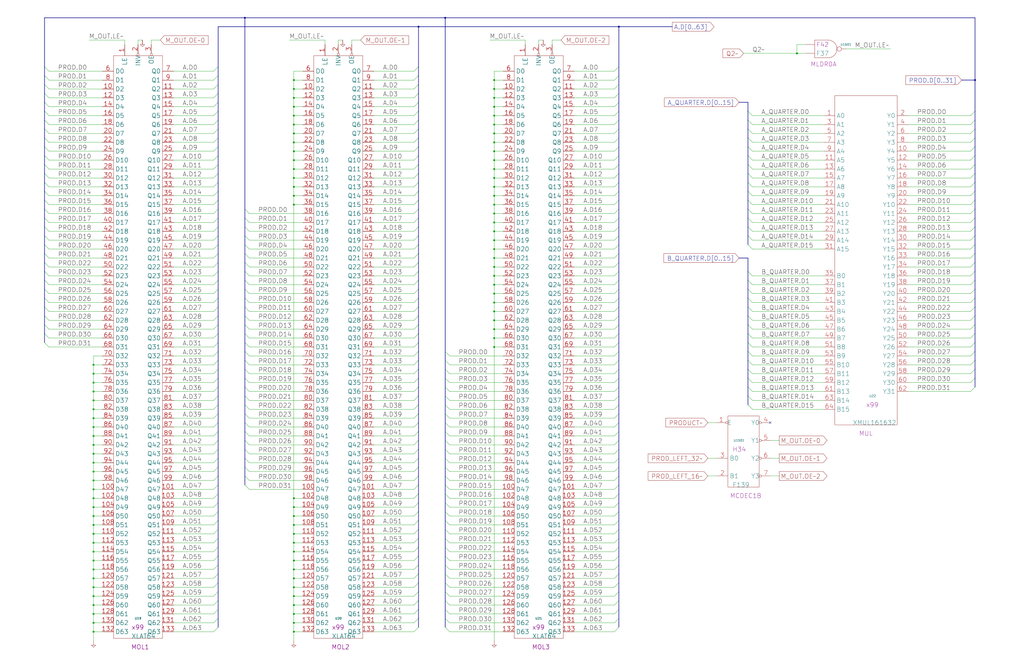
<source format=kicad_sch>
(kicad_sch (version 20230121) (generator eeschema)
  (paper "User" 584.2 378.46)
  (title_block (title "MULTIPLIER OUTPUT LATCH") (date "22-MAR-90") (rev "1.0") (comment 1 "VALUE") (comment 2 "232-003063") (comment 3 "S400") (comment 4 "RELEASED"))
  (junction (at 281.94 106.68))
  (junction (at 281.94 60.96))
  (junction (at 281.94 172.72))
  (junction (at 167.64 340.36))
  (junction (at 167.64 86.36))
  (junction (at 281.94 50.8))
  (junction (at 167.64 314.96))
  (junction (at 167.64 66.04))
  (junction (at 167.64 81.28))
  (junction (at 281.94 198.12))
  (junction (at 281.94 116.84))
  (junction (at 167.64 71.12))
  (junction (at 281.94 162.56))
  (junction (at 281.94 111.76))
  (junction (at 238.76 15.24))
  (junction (at 53.34 355.6))
  (junction (at 281.94 167.64))
  (junction (at 167.64 294.64))
  (junction (at 281.94 71.12))
  (junction (at 167.64 284.48))
  (junction (at 53.34 299.72))
  (junction (at 53.34 360.68))
  (junction (at 167.64 355.6))
  (junction (at 281.94 55.88))
  (junction (at 167.64 111.76))
  (junction (at 53.34 248.92))
  (junction (at 281.94 177.8))
  (junction (at 53.34 208.28))
  (junction (at 53.34 345.44))
  (junction (at 167.64 360.68))
  (junction (at 556.26 45.72))
  (junction (at 167.64 289.56))
  (junction (at 281.94 182.88))
  (junction (at 281.94 147.32))
  (junction (at 454.66 30.48))
  (junction (at 53.34 340.36))
  (junction (at 167.64 304.8))
  (junction (at 281.94 137.16))
  (junction (at 281.94 187.96))
  (junction (at 167.64 96.52))
  (junction (at 281.94 132.08))
  (junction (at 281.94 121.92))
  (junction (at 281.94 86.36))
  (junction (at 167.64 325.12))
  (junction (at 281.94 81.28))
  (junction (at 53.34 269.24))
  (junction (at 281.94 152.4))
  (junction (at 167.64 116.84))
  (junction (at 53.34 309.88))
  (junction (at 281.94 142.24))
  (junction (at 53.34 228.6))
  (junction (at 167.64 55.88))
  (junction (at 167.64 350.52))
  (junction (at 167.64 299.72))
  (junction (at 53.34 320.04))
  (junction (at 53.34 314.96))
  (junction (at 167.64 60.96))
  (junction (at 53.34 289.56))
  (junction (at 53.34 254))
  (junction (at 167.64 330.2))
  (junction (at 53.34 243.84))
  (junction (at 167.64 76.2))
  (junction (at 167.64 309.88))
  (junction (at 281.94 76.2))
  (junction (at 281.94 101.6))
  (junction (at 53.34 279.4))
  (junction (at 167.64 335.28))
  (junction (at 281.94 127))
  (junction (at 53.34 264.16))
  (junction (at 53.34 238.76))
  (junction (at 53.34 325.12))
  (junction (at 139.7 10.16))
  (junction (at 53.34 350.52))
  (junction (at 53.34 233.68))
  (junction (at 53.34 294.64))
  (junction (at 53.34 218.44))
  (junction (at 281.94 66.04))
  (junction (at 167.64 345.44))
  (junction (at 167.64 106.68))
  (junction (at 167.64 320.04))
  (junction (at 167.64 91.44))
  (junction (at 281.94 96.52))
  (junction (at 167.64 50.8))
  (junction (at 53.34 304.8))
  (junction (at 353.06 15.24))
  (junction (at 281.94 193.04))
  (junction (at 53.34 213.36))
  (junction (at 53.34 284.48))
  (junction (at 281.94 91.44))
  (junction (at 53.34 223.52))
  (junction (at 53.34 335.28))
  (junction (at 53.34 330.2))
  (junction (at 254 10.16))
  (junction (at 53.34 259.08))
  (junction (at 167.64 45.72))
  (junction (at 281.94 45.72))
  (junction (at 53.34 274.32))
  (junction (at 281.94 157.48))
  (junction (at 167.64 101.6))
  (no_connect (at 439.42 241.3))
  (bus_entry (at 353.06 220.98) (size -2.54 2.54))
  (bus_entry (at 556.26 215.9) (size -2.54 2.54))
  (bus_entry (at 124.46 149.86) (size -2.54 2.54))
  (bus_entry (at 238.76 170.18) (size -2.54 2.54))
  (bus_entry (at 353.06 99.06) (size -2.54 2.54))
  (bus_entry (at 124.46 185.42) (size -2.54 2.54))
  (bus_entry (at 238.76 266.7) (size -2.54 2.54))
  (bus_entry (at 124.46 124.46) (size -2.54 2.54))
  (bus_entry (at 353.06 231.14) (size -2.54 2.54))
  (bus_entry (at 139.7 124.46) (size 2.54 2.54))
  (bus_entry (at 254 297.18) (size 2.54 2.54))
  (bus_entry (at 139.7 266.7) (size 2.54 2.54))
  (bus_entry (at 353.06 337.82) (size -2.54 2.54))
  (bus_entry (at 124.46 276.86) (size -2.54 2.54))
  (bus_entry (at 426.72 104.14) (size 2.54 2.54))
  (bus_entry (at 353.06 83.82) (size -2.54 2.54))
  (bus_entry (at 353.06 312.42) (size -2.54 2.54))
  (bus_entry (at 124.46 210.82) (size -2.54 2.54))
  (bus_entry (at 353.06 342.9) (size -2.54 2.54))
  (bus_entry (at 124.46 327.66) (size -2.54 2.54))
  (bus_entry (at 238.76 144.78) (size -2.54 2.54))
  (bus_entry (at 124.46 312.42) (size -2.54 2.54))
  (bus_entry (at 556.26 68.58) (size -2.54 2.54))
  (bus_entry (at 238.76 104.14) (size -2.54 2.54))
  (bus_entry (at 556.26 83.82) (size -2.54 2.54))
  (bus_entry (at 353.06 200.66) (size -2.54 2.54))
  (bus_entry (at 353.06 307.34) (size -2.54 2.54))
  (bus_entry (at 124.46 231.14) (size -2.54 2.54))
  (bus_entry (at 25.4 104.14) (size 2.54 2.54))
  (bus_entry (at 238.76 129.54) (size -2.54 2.54))
  (bus_entry (at 238.76 48.26) (size -2.54 2.54))
  (bus_entry (at 254 322.58) (size 2.54 2.54))
  (bus_entry (at 238.76 134.62) (size -2.54 2.54))
  (bus_entry (at 426.72 200.66) (size 2.54 2.54))
  (bus_entry (at 353.06 210.82) (size -2.54 2.54))
  (bus_entry (at 238.76 292.1) (size -2.54 2.54))
  (bus_entry (at 238.76 287.02) (size -2.54 2.54))
  (bus_entry (at 139.7 205.74) (size 2.54 2.54))
  (bus_entry (at 139.7 144.78) (size 2.54 2.54))
  (bus_entry (at 254 215.9) (size 2.54 2.54))
  (bus_entry (at 124.46 241.3) (size -2.54 2.54))
  (bus_entry (at 353.06 251.46) (size -2.54 2.54))
  (bus_entry (at 124.46 63.5) (size -2.54 2.54))
  (bus_entry (at 124.46 104.14) (size -2.54 2.54))
  (bus_entry (at 426.72 175.26) (size 2.54 2.54))
  (bus_entry (at 124.46 43.18) (size -2.54 2.54))
  (bus_entry (at 556.26 93.98) (size -2.54 2.54))
  (bus_entry (at 254 256.54) (size 2.54 2.54))
  (bus_entry (at 353.06 93.98) (size -2.54 2.54))
  (bus_entry (at 25.4 195.58) (size 2.54 2.54))
  (bus_entry (at 124.46 83.82) (size -2.54 2.54))
  (bus_entry (at 124.46 292.1) (size -2.54 2.54))
  (bus_entry (at 124.46 88.9) (size -2.54 2.54))
  (bus_entry (at 25.4 83.82) (size 2.54 2.54))
  (bus_entry (at 353.06 332.74) (size -2.54 2.54))
  (bus_entry (at 25.4 48.26) (size 2.54 2.54))
  (bus_entry (at 139.7 231.14) (size 2.54 2.54))
  (bus_entry (at 353.06 109.22) (size -2.54 2.54))
  (bus_entry (at 238.76 63.5) (size -2.54 2.54))
  (bus_entry (at 556.26 185.42) (size -2.54 2.54))
  (bus_entry (at 124.46 317.5) (size -2.54 2.54))
  (bus_entry (at 238.76 307.34) (size -2.54 2.54))
  (bus_entry (at 254 337.82) (size 2.54 2.54))
  (bus_entry (at 25.4 109.22) (size 2.54 2.54))
  (bus_entry (at 426.72 73.66) (size 2.54 2.54))
  (bus_entry (at 238.76 353.06) (size -2.54 2.54))
  (bus_entry (at 139.7 241.3) (size 2.54 2.54))
  (bus_entry (at 238.76 297.18) (size -2.54 2.54))
  (bus_entry (at 426.72 88.9) (size 2.54 2.54))
  (bus_entry (at 353.06 63.5) (size -2.54 2.54))
  (bus_entry (at 25.4 165.1) (size 2.54 2.54))
  (bus_entry (at 124.46 114.3) (size -2.54 2.54))
  (bus_entry (at 124.46 271.78) (size -2.54 2.54))
  (bus_entry (at 238.76 215.9) (size -2.54 2.54))
  (bus_entry (at 139.7 226.06) (size 2.54 2.54))
  (bus_entry (at 139.7 200.66) (size 2.54 2.54))
  (bus_entry (at 353.06 104.14) (size -2.54 2.54))
  (bus_entry (at 353.06 180.34) (size -2.54 2.54))
  (bus_entry (at 25.4 38.1) (size 2.54 2.54))
  (bus_entry (at 238.76 251.46) (size -2.54 2.54))
  (bus_entry (at 254 210.82) (size 2.54 2.54))
  (bus_entry (at 25.4 129.54) (size 2.54 2.54))
  (bus_entry (at 556.26 205.74) (size -2.54 2.54))
  (bus_entry (at 238.76 241.3) (size -2.54 2.54))
  (bus_entry (at 124.46 337.82) (size -2.54 2.54))
  (bus_entry (at 124.46 73.66) (size -2.54 2.54))
  (bus_entry (at 556.26 149.86) (size -2.54 2.54))
  (bus_entry (at 124.46 246.38) (size -2.54 2.54))
  (bus_entry (at 556.26 190.5) (size -2.54 2.54))
  (bus_entry (at 25.4 99.06) (size 2.54 2.54))
  (bus_entry (at 353.06 215.9) (size -2.54 2.54))
  (bus_entry (at 238.76 124.46) (size -2.54 2.54))
  (bus_entry (at 124.46 297.18) (size -2.54 2.54))
  (bus_entry (at 353.06 119.38) (size -2.54 2.54))
  (bus_entry (at 556.26 144.78) (size -2.54 2.54))
  (bus_entry (at 353.06 154.94) (size -2.54 2.54))
  (bus_entry (at 254 292.1) (size 2.54 2.54))
  (bus_entry (at 556.26 129.54) (size -2.54 2.54))
  (bus_entry (at 238.76 53.34) (size -2.54 2.54))
  (bus_entry (at 353.06 139.7) (size -2.54 2.54))
  (bus_entry (at 238.76 88.9) (size -2.54 2.54))
  (bus_entry (at 556.26 88.9) (size -2.54 2.54))
  (bus_entry (at 254 307.34) (size 2.54 2.54))
  (bus_entry (at 238.76 271.78) (size -2.54 2.54))
  (bus_entry (at 238.76 38.1) (size -2.54 2.54))
  (bus_entry (at 238.76 205.74) (size -2.54 2.54))
  (bus_entry (at 426.72 119.38) (size 2.54 2.54))
  (bus_entry (at 426.72 129.54) (size 2.54 2.54))
  (bus_entry (at 353.06 353.06) (size -2.54 2.54))
  (bus_entry (at 238.76 73.66) (size -2.54 2.54))
  (bus_entry (at 556.26 104.14) (size -2.54 2.54))
  (bus_entry (at 426.72 170.18) (size 2.54 2.54))
  (bus_entry (at 25.4 119.38) (size 2.54 2.54))
  (bus_entry (at 25.4 185.42) (size 2.54 2.54))
  (bus_entry (at 556.26 154.94) (size -2.54 2.54))
  (bus_entry (at 238.76 195.58) (size -2.54 2.54))
  (bus_entry (at 556.26 180.34) (size -2.54 2.54))
  (bus_entry (at 238.76 322.58) (size -2.54 2.54))
  (bus_entry (at 353.06 226.06) (size -2.54 2.54))
  (bus_entry (at 556.26 210.82) (size -2.54 2.54))
  (bus_entry (at 25.4 63.5) (size 2.54 2.54))
  (bus_entry (at 238.76 337.82) (size -2.54 2.54))
  (bus_entry (at 25.4 144.78) (size 2.54 2.54))
  (bus_entry (at 238.76 93.98) (size -2.54 2.54))
  (bus_entry (at 139.7 246.38) (size 2.54 2.54))
  (bus_entry (at 25.4 88.9) (size 2.54 2.54))
  (bus_entry (at 124.46 68.58) (size -2.54 2.54))
  (bus_entry (at 124.46 287.02) (size -2.54 2.54))
  (bus_entry (at 556.26 114.3) (size -2.54 2.54))
  (bus_entry (at 238.76 210.82) (size -2.54 2.54))
  (bus_entry (at 139.7 154.94) (size 2.54 2.54))
  (bus_entry (at 426.72 124.46) (size 2.54 2.54))
  (bus_entry (at 353.06 261.62) (size -2.54 2.54))
  (bus_entry (at 139.7 139.7) (size 2.54 2.54))
  (bus_entry (at 124.46 358.14) (size -2.54 2.54))
  (bus_entry (at 353.06 236.22) (size -2.54 2.54))
  (bus_entry (at 124.46 342.9) (size -2.54 2.54))
  (bus_entry (at 353.06 190.5) (size -2.54 2.54))
  (bus_entry (at 353.06 38.1) (size -2.54 2.54))
  (bus_entry (at 238.76 276.86) (size -2.54 2.54))
  (bus_entry (at 124.46 266.7) (size -2.54 2.54))
  (bus_entry (at 238.76 139.7) (size -2.54 2.54))
  (bus_entry (at 124.46 170.18) (size -2.54 2.54))
  (bus_entry (at 254 281.94) (size 2.54 2.54))
  (bus_entry (at 139.7 175.26) (size 2.54 2.54))
  (bus_entry (at 25.4 78.74) (size 2.54 2.54))
  (bus_entry (at 139.7 251.46) (size 2.54 2.54))
  (bus_entry (at 238.76 312.42) (size -2.54 2.54))
  (bus_entry (at 124.46 236.22) (size -2.54 2.54))
  (bus_entry (at 426.72 190.5) (size 2.54 2.54))
  (bus_entry (at 25.4 180.34) (size 2.54 2.54))
  (bus_entry (at 124.46 129.54) (size -2.54 2.54))
  (bus_entry (at 25.4 139.7) (size 2.54 2.54))
  (bus_entry (at 254 251.46) (size 2.54 2.54))
  (bus_entry (at 556.26 175.26) (size -2.54 2.54))
  (bus_entry (at 353.06 302.26) (size -2.54 2.54))
  (bus_entry (at 124.46 353.06) (size -2.54 2.54))
  (bus_entry (at 124.46 190.5) (size -2.54 2.54))
  (bus_entry (at 254 241.3) (size 2.54 2.54))
  (bus_entry (at 254 317.5) (size 2.54 2.54))
  (bus_entry (at 238.76 58.42) (size -2.54 2.54))
  (bus_entry (at 124.46 347.98) (size -2.54 2.54))
  (bus_entry (at 124.46 154.94) (size -2.54 2.54))
  (bus_entry (at 238.76 236.22) (size -2.54 2.54))
  (bus_entry (at 139.7 180.34) (size 2.54 2.54))
  (bus_entry (at 25.4 43.18) (size 2.54 2.54))
  (bus_entry (at 238.76 109.22) (size -2.54 2.54))
  (bus_entry (at 124.46 58.42) (size -2.54 2.54))
  (bus_entry (at 124.46 38.1) (size -2.54 2.54))
  (bus_entry (at 254 358.14) (size 2.54 2.54))
  (bus_entry (at 353.06 281.94) (size -2.54 2.54))
  (bus_entry (at 238.76 114.3) (size -2.54 2.54))
  (bus_entry (at 254 200.66) (size 2.54 2.54))
  (bus_entry (at 238.76 302.26) (size -2.54 2.54))
  (bus_entry (at 353.06 327.66) (size -2.54 2.54))
  (bus_entry (at 238.76 149.86) (size -2.54 2.54))
  (bus_entry (at 556.26 165.1) (size -2.54 2.54))
  (bus_entry (at 124.46 205.74) (size -2.54 2.54))
  (bus_entry (at 254 302.26) (size 2.54 2.54))
  (bus_entry (at 254 236.22) (size 2.54 2.54))
  (bus_entry (at 25.4 170.18) (size 2.54 2.54))
  (bus_entry (at 139.7 190.5) (size 2.54 2.54))
  (bus_entry (at 124.46 99.06) (size -2.54 2.54))
  (bus_entry (at 556.26 160.02) (size -2.54 2.54))
  (bus_entry (at 353.06 124.46) (size -2.54 2.54))
  (bus_entry (at 556.26 134.62) (size -2.54 2.54))
  (bus_entry (at 353.06 53.34) (size -2.54 2.54))
  (bus_entry (at 254 266.7) (size 2.54 2.54))
  (bus_entry (at 124.46 322.58) (size -2.54 2.54))
  (bus_entry (at 426.72 226.06) (size 2.54 2.54))
  (bus_entry (at 353.06 129.54) (size -2.54 2.54))
  (bus_entry (at 426.72 93.98) (size 2.54 2.54))
  (bus_entry (at 353.06 88.9) (size -2.54 2.54))
  (bus_entry (at 353.06 292.1) (size -2.54 2.54))
  (bus_entry (at 254 347.98) (size 2.54 2.54))
  (bus_entry (at 139.7 185.42) (size 2.54 2.54))
  (bus_entry (at 124.46 139.7) (size -2.54 2.54))
  (bus_entry (at 426.72 154.94) (size 2.54 2.54))
  (bus_entry (at 238.76 256.54) (size -2.54 2.54))
  (bus_entry (at 254 327.66) (size 2.54 2.54))
  (bus_entry (at 139.7 195.58) (size 2.54 2.54))
  (bus_entry (at 426.72 109.22) (size 2.54 2.54))
  (bus_entry (at 254 261.62) (size 2.54 2.54))
  (bus_entry (at 353.06 114.3) (size -2.54 2.54))
  (bus_entry (at 353.06 241.3) (size -2.54 2.54))
  (bus_entry (at 254 332.74) (size 2.54 2.54))
  (bus_entry (at 556.26 78.74) (size -2.54 2.54))
  (bus_entry (at 139.7 236.22) (size 2.54 2.54))
  (bus_entry (at 426.72 205.74) (size 2.54 2.54))
  (bus_entry (at 238.76 185.42) (size -2.54 2.54))
  (bus_entry (at 353.06 149.86) (size -2.54 2.54))
  (bus_entry (at 426.72 83.82) (size 2.54 2.54))
  (bus_entry (at 25.4 175.26) (size 2.54 2.54))
  (bus_entry (at 353.06 246.38) (size -2.54 2.54))
  (bus_entry (at 254 312.42) (size 2.54 2.54))
  (bus_entry (at 238.76 154.94) (size -2.54 2.54))
  (bus_entry (at 353.06 205.74) (size -2.54 2.54))
  (bus_entry (at 254 231.14) (size 2.54 2.54))
  (bus_entry (at 124.46 256.54) (size -2.54 2.54))
  (bus_entry (at 238.76 261.62) (size -2.54 2.54))
  (bus_entry (at 556.26 139.7) (size -2.54 2.54))
  (bus_entry (at 353.06 78.74) (size -2.54 2.54))
  (bus_entry (at 353.06 358.14) (size -2.54 2.54))
  (bus_entry (at 353.06 266.7) (size -2.54 2.54))
  (bus_entry (at 124.46 261.62) (size -2.54 2.54))
  (bus_entry (at 426.72 215.9) (size 2.54 2.54))
  (bus_entry (at 353.06 73.66) (size -2.54 2.54))
  (bus_entry (at 238.76 327.66) (size -2.54 2.54))
  (bus_entry (at 238.76 190.5) (size -2.54 2.54))
  (bus_entry (at 139.7 134.62) (size 2.54 2.54))
  (bus_entry (at 353.06 160.02) (size -2.54 2.54))
  (bus_entry (at 254 276.86) (size 2.54 2.54))
  (bus_entry (at 353.06 347.98) (size -2.54 2.54))
  (bus_entry (at 139.7 256.54) (size 2.54 2.54))
  (bus_entry (at 25.4 124.46) (size 2.54 2.54))
  (bus_entry (at 139.7 210.82) (size 2.54 2.54))
  (bus_entry (at 124.46 195.58) (size -2.54 2.54))
  (bus_entry (at 238.76 246.38) (size -2.54 2.54))
  (bus_entry (at 556.26 195.58) (size -2.54 2.54))
  (bus_entry (at 426.72 231.14) (size 2.54 2.54))
  (bus_entry (at 124.46 119.38) (size -2.54 2.54))
  (bus_entry (at 124.46 180.34) (size -2.54 2.54))
  (bus_entry (at 254 226.06) (size 2.54 2.54))
  (bus_entry (at 238.76 160.02) (size -2.54 2.54))
  (bus_entry (at 426.72 78.74) (size 2.54 2.54))
  (bus_entry (at 124.46 226.06) (size -2.54 2.54))
  (bus_entry (at 238.76 68.58) (size -2.54 2.54))
  (bus_entry (at 25.4 73.66) (size 2.54 2.54))
  (bus_entry (at 254 220.98) (size 2.54 2.54))
  (bus_entry (at 25.4 114.3) (size 2.54 2.54))
  (bus_entry (at 238.76 180.34) (size -2.54 2.54))
  (bus_entry (at 238.76 231.14) (size -2.54 2.54))
  (bus_entry (at 238.76 226.06) (size -2.54 2.54))
  (bus_entry (at 25.4 154.94) (size 2.54 2.54))
  (bus_entry (at 426.72 114.3) (size 2.54 2.54))
  (bus_entry (at 139.7 261.62) (size 2.54 2.54))
  (bus_entry (at 124.46 200.66) (size -2.54 2.54))
  (bus_entry (at 353.06 144.78) (size -2.54 2.54))
  (bus_entry (at 353.06 322.58) (size -2.54 2.54))
  (bus_entry (at 139.7 129.54) (size 2.54 2.54))
  (bus_entry (at 426.72 180.34) (size 2.54 2.54))
  (bus_entry (at 556.26 109.22) (size -2.54 2.54))
  (bus_entry (at 124.46 220.98) (size -2.54 2.54))
  (bus_entry (at 238.76 119.38) (size -2.54 2.54))
  (bus_entry (at 238.76 83.82) (size -2.54 2.54))
  (bus_entry (at 139.7 170.18) (size 2.54 2.54))
  (bus_entry (at 238.76 358.14) (size -2.54 2.54))
  (bus_entry (at 254 353.06) (size 2.54 2.54))
  (bus_entry (at 556.26 170.18) (size -2.54 2.54))
  (bus_entry (at 238.76 317.5) (size -2.54 2.54))
  (bus_entry (at 238.76 78.74) (size -2.54 2.54))
  (bus_entry (at 124.46 251.46) (size -2.54 2.54))
  (bus_entry (at 353.06 134.62) (size -2.54 2.54))
  (bus_entry (at 25.4 58.42) (size 2.54 2.54))
  (bus_entry (at 426.72 68.58) (size 2.54 2.54))
  (bus_entry (at 556.26 63.5) (size -2.54 2.54))
  (bus_entry (at 426.72 63.5) (size 2.54 2.54))
  (bus_entry (at 238.76 347.98) (size -2.54 2.54))
  (bus_entry (at 124.46 281.94) (size -2.54 2.54))
  (bus_entry (at 25.4 93.98) (size 2.54 2.54))
  (bus_entry (at 238.76 200.66) (size -2.54 2.54))
  (bus_entry (at 426.72 134.62) (size 2.54 2.54))
  (bus_entry (at 556.26 73.66) (size -2.54 2.54))
  (bus_entry (at 353.06 43.18) (size -2.54 2.54))
  (bus_entry (at 353.06 170.18) (size -2.54 2.54))
  (bus_entry (at 426.72 220.98) (size 2.54 2.54))
  (bus_entry (at 25.4 134.62) (size 2.54 2.54))
  (bus_entry (at 426.72 210.82) (size 2.54 2.54))
  (bus_entry (at 353.06 271.78) (size -2.54 2.54))
  (bus_entry (at 124.46 302.26) (size -2.54 2.54))
  (bus_entry (at 124.46 144.78) (size -2.54 2.54))
  (bus_entry (at 254 287.02) (size 2.54 2.54))
  (bus_entry (at 124.46 175.26) (size -2.54 2.54))
  (bus_entry (at 124.46 93.98) (size -2.54 2.54))
  (bus_entry (at 139.7 220.98) (size 2.54 2.54))
  (bus_entry (at 353.06 256.54) (size -2.54 2.54))
  (bus_entry (at 353.06 175.26) (size -2.54 2.54))
  (bus_entry (at 124.46 215.9) (size -2.54 2.54))
  (bus_entry (at 556.26 200.66) (size -2.54 2.54))
  (bus_entry (at 353.06 297.18) (size -2.54 2.54))
  (bus_entry (at 124.46 78.74) (size -2.54 2.54))
  (bus_entry (at 353.06 276.86) (size -2.54 2.54))
  (bus_entry (at 124.46 160.02) (size -2.54 2.54))
  (bus_entry (at 238.76 332.74) (size -2.54 2.54))
  (bus_entry (at 124.46 53.34) (size -2.54 2.54))
  (bus_entry (at 25.4 53.34) (size 2.54 2.54))
  (bus_entry (at 254 342.9) (size 2.54 2.54))
  (bus_entry (at 353.06 48.26) (size -2.54 2.54))
  (bus_entry (at 124.46 307.34) (size -2.54 2.54))
  (bus_entry (at 139.7 149.86) (size 2.54 2.54))
  (bus_entry (at 238.76 99.06) (size -2.54 2.54))
  (bus_entry (at 124.46 332.74) (size -2.54 2.54))
  (bus_entry (at 139.7 165.1) (size 2.54 2.54))
  (bus_entry (at 556.26 124.46) (size -2.54 2.54))
  (bus_entry (at 426.72 185.42) (size 2.54 2.54))
  (bus_entry (at 124.46 48.26) (size -2.54 2.54))
  (bus_entry (at 426.72 160.02) (size 2.54 2.54))
  (bus_entry (at 353.06 195.58) (size -2.54 2.54))
  (bus_entry (at 25.4 149.86) (size 2.54 2.54))
  (bus_entry (at 353.06 317.5) (size -2.54 2.54))
  (bus_entry (at 139.7 119.38) (size 2.54 2.54))
  (bus_entry (at 238.76 165.1) (size -2.54 2.54))
  (bus_entry (at 139.7 276.86) (size 2.54 2.54))
  (bus_entry (at 139.7 271.78) (size 2.54 2.54))
  (bus_entry (at 353.06 185.42) (size -2.54 2.54))
  (bus_entry (at 254 246.38) (size 2.54 2.54))
  (bus_entry (at 353.06 165.1) (size -2.54 2.54))
  (bus_entry (at 238.76 342.9) (size -2.54 2.54))
  (bus_entry (at 124.46 165.1) (size -2.54 2.54))
  (bus_entry (at 254 205.74) (size 2.54 2.54))
  (bus_entry (at 353.06 287.02) (size -2.54 2.54))
  (bus_entry (at 139.7 215.9) (size 2.54 2.54))
  (bus_entry (at 556.26 99.06) (size -2.54 2.54))
  (bus_entry (at 238.76 281.94) (size -2.54 2.54))
  (bus_entry (at 426.72 165.1) (size 2.54 2.54))
  (bus_entry (at 254 271.78) (size 2.54 2.54))
  (bus_entry (at 25.4 190.5) (size 2.54 2.54))
  (bus_entry (at 238.76 43.18) (size -2.54 2.54))
  (bus_entry (at 556.26 220.98) (size -2.54 2.54))
  (bus_entry (at 353.06 58.42) (size -2.54 2.54))
  (bus_entry (at 426.72 195.58) (size 2.54 2.54))
  (bus_entry (at 25.4 68.58) (size 2.54 2.54))
  (bus_entry (at 124.46 109.22) (size -2.54 2.54))
  (bus_entry (at 426.72 139.7) (size 2.54 2.54))
  (bus_entry (at 124.46 134.62) (size -2.54 2.54))
  (bus_entry (at 426.72 99.06) (size 2.54 2.54))
  (bus_entry (at 353.06 68.58) (size -2.54 2.54))
  (bus_entry (at 139.7 160.02) (size 2.54 2.54))
  (bus_entry (at 25.4 160.02) (size 2.54 2.54))
  (bus_entry (at 238.76 175.26) (size -2.54 2.54))
  (bus_entry (at 556.26 119.38) (size -2.54 2.54))
  (bus_entry (at 238.76 220.98) (size -2.54 2.54))
  (wire (pts (xy 99.06 116.84) (xy 121.92 116.84)))
  (wire (pts (xy 53.34 208.28) (xy 58.42 208.28)))
  (wire (pts (xy 27.94 162.56) (xy 58.42 162.56)))
  (wire (pts (xy 53.34 345.44) (xy 58.42 345.44)))
  (wire (pts (xy 99.06 177.8) (xy 121.92 177.8)))
  (wire (pts (xy 553.72 182.88) (xy 518.16 182.88)))
  (bus (pts (xy 238.76 190.5) (xy 238.76 195.58)))
  (wire (pts (xy 99.06 218.44) (xy 121.92 218.44)))
  (wire (pts (xy 424.18 30.48) (xy 454.66 30.48)))
  (wire (pts (xy 553.72 111.76) (xy 518.16 111.76)))
  (bus (pts (xy 238.76 322.58) (xy 238.76 327.66)))
  (wire (pts (xy 99.06 167.64) (xy 121.92 167.64)))
  (wire (pts (xy 53.34 269.24) (xy 58.42 269.24)))
  (wire (pts (xy 213.36 289.56) (xy 236.22 289.56)))
  (wire (pts (xy 553.72 132.08) (xy 518.16 132.08)))
  (bus (pts (xy 238.76 124.46) (xy 238.76 129.54)))
  (wire (pts (xy 167.64 45.72) (xy 172.72 45.72)))
  (wire (pts (xy 553.72 137.16) (xy 518.16 137.16)))
  (bus (pts (xy 238.76 231.14) (xy 238.76 236.22)))
  (bus (pts (xy 353.06 332.74) (xy 353.06 337.82)))
  (bus (pts (xy 25.4 165.1) (xy 25.4 170.18)))
  (bus (pts (xy 139.7 236.22) (xy 139.7 241.3)))
  (bus (pts (xy 238.76 38.1) (xy 238.76 43.18)))
  (wire (pts (xy 281.94 50.8) (xy 287.02 50.8)))
  (wire (pts (xy 256.54 309.88) (xy 287.02 309.88)))
  (wire (pts (xy 167.64 325.12) (xy 172.72 325.12)))
  (wire (pts (xy 213.36 279.4) (xy 236.22 279.4)))
  (wire (pts (xy 167.64 309.88) (xy 172.72 309.88)))
  (wire (pts (xy 553.72 96.52) (xy 518.16 96.52)))
  (wire (pts (xy 327.66 213.36) (xy 350.52 213.36)))
  (wire (pts (xy 27.94 137.16) (xy 58.42 137.16)))
  (wire (pts (xy 213.36 101.6) (xy 236.22 101.6)))
  (bus (pts (xy 124.46 93.98) (xy 124.46 99.06)))
  (wire (pts (xy 53.34 330.2) (xy 58.42 330.2)))
  (bus (pts (xy 139.7 119.38) (xy 139.7 124.46)))
  (wire (pts (xy 99.06 71.12) (xy 121.92 71.12)))
  (wire (pts (xy 53.34 289.56) (xy 53.34 284.48)))
  (wire (pts (xy 482.6 27.94) (xy 508 27.94)))
  (bus (pts (xy 25.4 38.1) (xy 25.4 43.18)))
  (wire (pts (xy 53.34 355.6) (xy 53.34 350.52)))
  (bus (pts (xy 139.7 149.86) (xy 139.7 154.94)))
  (wire (pts (xy 213.36 304.8) (xy 236.22 304.8)))
  (bus (pts (xy 556.26 10.16) (xy 556.26 45.72)))
  (wire (pts (xy 53.34 314.96) (xy 53.34 309.88)))
  (bus (pts (xy 353.06 53.34) (xy 353.06 58.42)))
  (wire (pts (xy 553.72 66.04) (xy 518.16 66.04)))
  (bus (pts (xy 238.76 302.26) (xy 238.76 307.34)))
  (wire (pts (xy 327.66 269.24) (xy 350.52 269.24)))
  (wire (pts (xy 53.34 208.28) (xy 53.34 203.2)))
  (wire (pts (xy 256.54 254) (xy 287.02 254)))
  (wire (pts (xy 167.64 106.68) (xy 172.72 106.68)))
  (wire (pts (xy 469.9 198.12) (xy 429.26 198.12)))
  (wire (pts (xy 281.94 81.28) (xy 281.94 76.2)))
  (wire (pts (xy 27.94 106.68) (xy 58.42 106.68)))
  (wire (pts (xy 167.64 45.72) (xy 167.64 40.64)))
  (wire (pts (xy 99.06 45.72) (xy 121.92 45.72)))
  (bus (pts (xy 254 210.82) (xy 254 215.9)))
  (bus (pts (xy 139.7 165.1) (xy 139.7 170.18)))
  (bus (pts (xy 25.4 144.78) (xy 25.4 149.86)))
  (wire (pts (xy 53.34 299.72) (xy 53.34 294.64)))
  (wire (pts (xy 142.24 213.36) (xy 172.72 213.36)))
  (wire (pts (xy 213.36 132.08) (xy 236.22 132.08)))
  (bus (pts (xy 25.4 63.5) (xy 25.4 68.58)))
  (bus (pts (xy 139.7 256.54) (xy 139.7 261.62)))
  (wire (pts (xy 469.9 127) (xy 429.26 127)))
  (bus (pts (xy 254 205.74) (xy 254 210.82)))
  (bus (pts (xy 254 347.98) (xy 254 353.06)))
  (wire (pts (xy 213.36 264.16) (xy 236.22 264.16)))
  (bus (pts (xy 426.72 99.06) (xy 426.72 104.14)))
  (wire (pts (xy 142.24 162.56) (xy 172.72 162.56)))
  (bus (pts (xy 556.26 99.06) (xy 556.26 104.14)))
  (bus (pts (xy 556.26 45.72) (xy 556.26 63.5)))
  (wire (pts (xy 213.36 320.04) (xy 236.22 320.04)))
  (wire (pts (xy 327.66 127) (xy 350.52 127)))
  (wire (pts (xy 27.94 167.64) (xy 58.42 167.64)))
  (wire (pts (xy 327.66 157.48) (xy 350.52 157.48)))
  (wire (pts (xy 281.94 182.88) (xy 287.02 182.88)))
  (wire (pts (xy 99.06 314.96) (xy 121.92 314.96)))
  (wire (pts (xy 142.24 248.92) (xy 172.72 248.92)))
  (wire (pts (xy 213.36 106.68) (xy 236.22 106.68)))
  (wire (pts (xy 213.36 152.4) (xy 236.22 152.4)))
  (wire (pts (xy 281.94 157.48) (xy 287.02 157.48)))
  (bus (pts (xy 254 10.16) (xy 254 200.66)))
  (bus (pts (xy 139.7 266.7) (xy 139.7 271.78)))
  (wire (pts (xy 469.9 81.28) (xy 429.26 81.28)))
  (wire (pts (xy 53.34 365.76) (xy 53.34 360.68)))
  (bus (pts (xy 353.06 83.82) (xy 353.06 88.9)))
  (wire (pts (xy 99.06 182.88) (xy 121.92 182.88)))
  (wire (pts (xy 53.34 259.08) (xy 58.42 259.08)))
  (bus (pts (xy 254 251.46) (xy 254 256.54)))
  (bus (pts (xy 254 332.74) (xy 254 337.82)))
  (wire (pts (xy 81.28 22.86) (xy 78.74 22.86)))
  (bus (pts (xy 353.06 68.58) (xy 353.06 73.66)))
  (bus (pts (xy 426.72 215.9) (xy 426.72 220.98)))
  (wire (pts (xy 167.64 71.12) (xy 167.64 66.04)))
  (bus (pts (xy 238.76 276.86) (xy 238.76 281.94)))
  (wire (pts (xy 281.94 193.04) (xy 287.02 193.04)))
  (bus (pts (xy 124.46 149.86) (xy 124.46 154.94)))
  (wire (pts (xy 167.64 299.72) (xy 167.64 294.64)))
  (wire (pts (xy 256.54 203.2) (xy 287.02 203.2)))
  (wire (pts (xy 327.66 284.48) (xy 350.52 284.48)))
  (wire (pts (xy 403.86 261.62) (xy 408.94 261.62)))
  (wire (pts (xy 200.66 22.86) (xy 200.66 25.4)))
  (bus (pts (xy 238.76 347.98) (xy 238.76 353.06)))
  (bus (pts (xy 25.4 160.02) (xy 25.4 165.1)))
  (wire (pts (xy 91.44 22.86) (xy 86.36 22.86)))
  (wire (pts (xy 327.66 167.64) (xy 350.52 167.64)))
  (bus (pts (xy 124.46 312.42) (xy 124.46 317.5)))
  (bus (pts (xy 556.26 144.78) (xy 556.26 149.86)))
  (wire (pts (xy 469.9 91.44) (xy 429.26 91.44)))
  (wire (pts (xy 213.36 345.44) (xy 236.22 345.44)))
  (bus (pts (xy 124.46 200.66) (xy 124.46 205.74)))
  (bus (pts (xy 124.46 251.46) (xy 124.46 256.54)))
  (wire (pts (xy 27.94 182.88) (xy 58.42 182.88)))
  (wire (pts (xy 256.54 264.16) (xy 287.02 264.16)))
  (bus (pts (xy 124.46 322.58) (xy 124.46 327.66)))
  (wire (pts (xy 27.94 60.96) (xy 58.42 60.96)))
  (wire (pts (xy 99.06 96.52) (xy 121.92 96.52)))
  (bus (pts (xy 124.46 215.9) (xy 124.46 220.98)))
  (bus (pts (xy 254 342.9) (xy 254 347.98)))
  (wire (pts (xy 327.66 274.32) (xy 350.52 274.32)))
  (wire (pts (xy 167.64 289.56) (xy 172.72 289.56)))
  (wire (pts (xy 142.24 132.08) (xy 172.72 132.08)))
  (wire (pts (xy 281.94 172.72) (xy 287.02 172.72)))
  (bus (pts (xy 353.06 43.18) (xy 353.06 48.26)))
  (wire (pts (xy 213.36 182.88) (xy 236.22 182.88)))
  (bus (pts (xy 556.26 124.46) (xy 556.26 129.54)))
  (bus (pts (xy 124.46 332.74) (xy 124.46 337.82)))
  (bus (pts (xy 25.4 129.54) (xy 25.4 134.62)))
  (bus (pts (xy 353.06 134.62) (xy 353.06 139.7)))
  (bus (pts (xy 353.06 180.34) (xy 353.06 185.42)))
  (wire (pts (xy 27.94 142.24) (xy 58.42 142.24)))
  (wire (pts (xy 99.06 86.36) (xy 121.92 86.36)))
  (wire (pts (xy 281.94 167.64) (xy 281.94 162.56)))
  (wire (pts (xy 167.64 355.6) (xy 172.72 355.6)))
  (wire (pts (xy 327.66 203.2) (xy 350.52 203.2)))
  (wire (pts (xy 327.66 50.8) (xy 350.52 50.8)))
  (wire (pts (xy 167.64 320.04) (xy 172.72 320.04)))
  (bus (pts (xy 139.7 210.82) (xy 139.7 215.9)))
  (bus (pts (xy 139.7 231.14) (xy 139.7 236.22)))
  (bus (pts (xy 25.4 93.98) (xy 25.4 99.06)))
  (wire (pts (xy 469.9 76.2) (xy 429.26 76.2)))
  (wire (pts (xy 213.36 40.64) (xy 236.22 40.64)))
  (bus (pts (xy 124.46 281.94) (xy 124.46 287.02)))
  (wire (pts (xy 281.94 40.64) (xy 287.02 40.64)))
  (wire (pts (xy 27.94 96.52) (xy 58.42 96.52)))
  (wire (pts (xy 213.36 76.2) (xy 236.22 76.2)))
  (wire (pts (xy 256.54 330.2) (xy 287.02 330.2)))
  (bus (pts (xy 556.26 139.7) (xy 556.26 144.78)))
  (bus (pts (xy 426.72 160.02) (xy 426.72 165.1)))
  (bus (pts (xy 238.76 83.82) (xy 238.76 88.9)))
  (bus (pts (xy 426.72 58.42) (xy 426.72 63.5)))
  (wire (pts (xy 213.36 228.6) (xy 236.22 228.6)))
  (wire (pts (xy 167.64 116.84) (xy 167.64 111.76)))
  (bus (pts (xy 353.06 322.58) (xy 353.06 327.66)))
  (wire (pts (xy 167.64 309.88) (xy 167.64 304.8)))
  (wire (pts (xy 213.36 96.52) (xy 236.22 96.52)))
  (bus (pts (xy 426.72 210.82) (xy 426.72 215.9)))
  (wire (pts (xy 213.36 66.04) (xy 236.22 66.04)))
  (wire (pts (xy 281.94 142.24) (xy 281.94 137.16)))
  (wire (pts (xy 553.72 172.72) (xy 518.16 172.72)))
  (wire (pts (xy 256.54 218.44) (xy 287.02 218.44)))
  (wire (pts (xy 27.94 55.88) (xy 58.42 55.88)))
  (bus (pts (xy 353.06 347.98) (xy 353.06 353.06)))
  (wire (pts (xy 281.94 177.8) (xy 287.02 177.8)))
  (bus (pts (xy 254 246.38) (xy 254 251.46)))
  (wire (pts (xy 469.9 187.96) (xy 429.26 187.96)))
  (wire (pts (xy 53.34 254) (xy 58.42 254)))
  (wire (pts (xy 469.9 101.6) (xy 429.26 101.6)))
  (wire (pts (xy 99.06 360.68) (xy 121.92 360.68)))
  (bus (pts (xy 238.76 53.34) (xy 238.76 58.42)))
  (wire (pts (xy 167.64 60.96) (xy 172.72 60.96)))
  (bus (pts (xy 238.76 226.06) (xy 238.76 231.14)))
  (bus (pts (xy 124.46 302.26) (xy 124.46 307.34)))
  (wire (pts (xy 327.66 254) (xy 350.52 254)))
  (wire (pts (xy 553.72 187.96) (xy 518.16 187.96)))
  (bus (pts (xy 353.06 231.14) (xy 353.06 236.22)))
  (bus (pts (xy 556.26 190.5) (xy 556.26 195.58)))
  (wire (pts (xy 53.34 233.68) (xy 53.34 228.6)))
  (bus (pts (xy 238.76 251.46) (xy 238.76 256.54)))
  (bus (pts (xy 238.76 144.78) (xy 238.76 149.86)))
  (bus (pts (xy 124.46 124.46) (xy 124.46 129.54)))
  (wire (pts (xy 213.36 340.36) (xy 236.22 340.36)))
  (bus (pts (xy 254 236.22) (xy 254 241.3)))
  (wire (pts (xy 281.94 50.8) (xy 281.94 45.72)))
  (wire (pts (xy 99.06 243.84) (xy 121.92 243.84)))
  (wire (pts (xy 99.06 203.2) (xy 121.92 203.2)))
  (bus (pts (xy 238.76 195.58) (xy 238.76 200.66)))
  (bus (pts (xy 238.76 337.82) (xy 238.76 342.9)))
  (bus (pts (xy 124.46 353.06) (xy 124.46 358.14)))
  (bus (pts (xy 238.76 241.3) (xy 238.76 246.38)))
  (wire (pts (xy 99.06 81.28) (xy 121.92 81.28)))
  (wire (pts (xy 27.94 198.12) (xy 58.42 198.12)))
  (wire (pts (xy 327.66 86.36) (xy 350.52 86.36)))
  (wire (pts (xy 167.64 314.96) (xy 167.64 309.88)))
  (bus (pts (xy 124.46 327.66) (xy 124.46 332.74)))
  (wire (pts (xy 213.36 45.72) (xy 236.22 45.72)))
  (bus (pts (xy 238.76 15.24) (xy 238.76 38.1)))
  (bus (pts (xy 124.46 68.58) (xy 124.46 73.66)))
  (wire (pts (xy 553.72 81.28) (xy 518.16 81.28)))
  (bus (pts (xy 353.06 327.66) (xy 353.06 332.74)))
  (wire (pts (xy 99.06 66.04) (xy 121.92 66.04)))
  (bus (pts (xy 353.06 236.22) (xy 353.06 241.3)))
  (bus (pts (xy 353.06 93.98) (xy 353.06 99.06)))
  (wire (pts (xy 53.34 218.44) (xy 53.34 213.36)))
  (bus (pts (xy 426.72 83.82) (xy 426.72 88.9)))
  (wire (pts (xy 256.54 289.56) (xy 287.02 289.56)))
  (wire (pts (xy 469.9 162.56) (xy 429.26 162.56)))
  (bus (pts (xy 124.46 139.7) (xy 124.46 144.78)))
  (wire (pts (xy 27.94 50.8) (xy 58.42 50.8)))
  (wire (pts (xy 213.36 259.08) (xy 236.22 259.08)))
  (wire (pts (xy 53.34 274.32) (xy 58.42 274.32)))
  (bus (pts (xy 238.76 297.18) (xy 238.76 302.26)))
  (wire (pts (xy 27.94 81.28) (xy 58.42 81.28)))
  (bus (pts (xy 124.46 175.26) (xy 124.46 180.34)))
  (wire (pts (xy 281.94 167.64) (xy 287.02 167.64)))
  (wire (pts (xy 281.94 187.96) (xy 287.02 187.96)))
  (wire (pts (xy 53.34 264.16) (xy 53.34 259.08)))
  (wire (pts (xy 327.66 289.56) (xy 350.52 289.56)))
  (wire (pts (xy 327.66 345.44) (xy 350.52 345.44)))
  (bus (pts (xy 139.7 139.7) (xy 139.7 144.78)))
  (wire (pts (xy 167.64 55.88) (xy 172.72 55.88)))
  (wire (pts (xy 53.34 248.92) (xy 53.34 243.84)))
  (wire (pts (xy 281.94 55.88) (xy 287.02 55.88)))
  (wire (pts (xy 53.34 243.84) (xy 53.34 238.76)))
  (wire (pts (xy 553.72 71.12) (xy 518.16 71.12)))
  (wire (pts (xy 99.06 309.88) (xy 121.92 309.88)))
  (bus (pts (xy 238.76 15.24) (xy 353.06 15.24)))
  (wire (pts (xy 469.9 223.52) (xy 429.26 223.52)))
  (bus (pts (xy 25.4 185.42) (xy 25.4 190.5)))
  (bus (pts (xy 139.7 226.06) (xy 139.7 231.14)))
  (bus (pts (xy 353.06 226.06) (xy 353.06 231.14)))
  (bus (pts (xy 139.7 154.94) (xy 139.7 160.02)))
  (bus (pts (xy 353.06 15.24) (xy 353.06 38.1)))
  (bus (pts (xy 25.4 53.34) (xy 25.4 58.42)))
  (wire (pts (xy 281.94 121.92) (xy 287.02 121.92)))
  (wire (pts (xy 53.34 325.12) (xy 53.34 320.04)))
  (wire (pts (xy 553.72 208.28) (xy 518.16 208.28)))
  (wire (pts (xy 256.54 213.36) (xy 287.02 213.36)))
  (wire (pts (xy 469.9 132.08) (xy 429.26 132.08)))
  (wire (pts (xy 281.94 86.36) (xy 287.02 86.36)))
  (bus (pts (xy 353.06 109.22) (xy 353.06 114.3)))
  (wire (pts (xy 53.34 289.56) (xy 58.42 289.56)))
  (wire (pts (xy 99.06 172.72) (xy 121.92 172.72)))
  (bus (pts (xy 426.72 119.38) (xy 426.72 124.46)))
  (wire (pts (xy 99.06 121.92) (xy 121.92 121.92)))
  (bus (pts (xy 353.06 124.46) (xy 353.06 129.54)))
  (wire (pts (xy 53.34 340.36) (xy 58.42 340.36)))
  (wire (pts (xy 142.24 238.76) (xy 172.72 238.76)))
  (wire (pts (xy 327.66 330.2) (xy 350.52 330.2)))
  (wire (pts (xy 327.66 91.44) (xy 350.52 91.44)))
  (wire (pts (xy 213.36 309.88) (xy 236.22 309.88)))
  (bus (pts (xy 556.26 170.18) (xy 556.26 175.26)))
  (bus (pts (xy 353.06 139.7) (xy 353.06 144.78)))
  (bus (pts (xy 353.06 38.1) (xy 353.06 43.18)))
  (wire (pts (xy 553.72 106.68) (xy 518.16 106.68)))
  (wire (pts (xy 99.06 345.44) (xy 121.92 345.44)))
  (wire (pts (xy 281.94 66.04) (xy 281.94 60.96)))
  (wire (pts (xy 53.34 238.76) (xy 53.34 233.68)))
  (wire (pts (xy 167.64 330.2) (xy 172.72 330.2)))
  (wire (pts (xy 553.72 177.8) (xy 518.16 177.8)))
  (wire (pts (xy 99.06 106.68) (xy 121.92 106.68)))
  (bus (pts (xy 556.26 73.66) (xy 556.26 78.74)))
  (bus (pts (xy 353.06 266.7) (xy 353.06 271.78)))
  (wire (pts (xy 469.9 167.64) (xy 429.26 167.64)))
  (wire (pts (xy 213.36 137.16) (xy 236.22 137.16)))
  (bus (pts (xy 556.26 78.74) (xy 556.26 83.82)))
  (wire (pts (xy 256.54 208.28) (xy 287.02 208.28)))
  (bus (pts (xy 426.72 175.26) (xy 426.72 180.34)))
  (wire (pts (xy 327.66 111.76) (xy 350.52 111.76)))
  (wire (pts (xy 327.66 147.32) (xy 350.52 147.32)))
  (bus (pts (xy 238.76 78.74) (xy 238.76 83.82)))
  (wire (pts (xy 213.36 172.72) (xy 236.22 172.72)))
  (wire (pts (xy 27.94 132.08) (xy 58.42 132.08)))
  (wire (pts (xy 469.9 71.12) (xy 429.26 71.12)))
  (bus (pts (xy 353.06 15.24) (xy 383.54 15.24)))
  (wire (pts (xy 454.66 25.4) (xy 454.66 30.48)))
  (wire (pts (xy 327.66 116.84) (xy 350.52 116.84)))
  (bus (pts (xy 124.46 38.1) (xy 124.46 43.18)))
  (wire (pts (xy 281.94 116.84) (xy 287.02 116.84)))
  (wire (pts (xy 53.34 294.64) (xy 58.42 294.64)))
  (wire (pts (xy 213.36 142.24) (xy 236.22 142.24)))
  (bus (pts (xy 254 266.7) (xy 254 271.78)))
  (wire (pts (xy 185.42 22.86) (xy 185.42 25.4)))
  (wire (pts (xy 99.06 254) (xy 121.92 254)))
  (wire (pts (xy 327.66 40.64) (xy 350.52 40.64)))
  (bus (pts (xy 426.72 190.5) (xy 426.72 195.58)))
  (wire (pts (xy 78.74 22.86) (xy 78.74 25.4)))
  (wire (pts (xy 213.36 208.28) (xy 236.22 208.28)))
  (wire (pts (xy 53.34 299.72) (xy 58.42 299.72)))
  (wire (pts (xy 213.36 269.24) (xy 236.22 269.24)))
  (bus (pts (xy 426.72 114.3) (xy 426.72 119.38)))
  (bus (pts (xy 426.72 63.5) (xy 426.72 68.58)))
  (wire (pts (xy 213.36 325.12) (xy 236.22 325.12)))
  (wire (pts (xy 99.06 304.8) (xy 121.92 304.8)))
  (wire (pts (xy 469.9 116.84) (xy 429.26 116.84)))
  (wire (pts (xy 99.06 279.4) (xy 121.92 279.4)))
  (bus (pts (xy 353.06 241.3) (xy 353.06 246.38)))
  (wire (pts (xy 281.94 127) (xy 287.02 127)))
  (wire (pts (xy 327.66 223.52) (xy 350.52 223.52)))
  (wire (pts (xy 53.34 259.08) (xy 53.34 254)))
  (wire (pts (xy 307.34 22.86) (xy 307.34 25.4)))
  (wire (pts (xy 256.54 320.04) (xy 287.02 320.04)))
  (bus (pts (xy 421.64 58.42) (xy 426.72 58.42)))
  (wire (pts (xy 256.54 259.08) (xy 287.02 259.08)))
  (bus (pts (xy 124.46 210.82) (xy 124.46 215.9)))
  (wire (pts (xy 99.06 91.44) (xy 121.92 91.44)))
  (wire (pts (xy 213.36 330.2) (xy 236.22 330.2)))
  (wire (pts (xy 327.66 142.24) (xy 350.52 142.24)))
  (bus (pts (xy 254 297.18) (xy 254 302.26)))
  (wire (pts (xy 142.24 152.4) (xy 172.72 152.4)))
  (wire (pts (xy 327.66 243.84) (xy 350.52 243.84)))
  (wire (pts (xy 53.34 325.12) (xy 58.42 325.12)))
  (wire (pts (xy 71.12 22.86) (xy 71.12 25.4)))
  (wire (pts (xy 99.06 198.12) (xy 121.92 198.12)))
  (wire (pts (xy 142.24 177.8) (xy 172.72 177.8)))
  (wire (pts (xy 213.36 299.72) (xy 236.22 299.72)))
  (bus (pts (xy 25.4 109.22) (xy 25.4 114.3)))
  (wire (pts (xy 167.64 335.28) (xy 172.72 335.28)))
  (bus (pts (xy 353.06 210.82) (xy 353.06 215.9)))
  (wire (pts (xy 469.9 208.28) (xy 429.26 208.28)))
  (bus (pts (xy 238.76 256.54) (xy 238.76 261.62)))
  (wire (pts (xy 53.34 355.6) (xy 58.42 355.6)))
  (wire (pts (xy 53.34 335.28) (xy 58.42 335.28)))
  (bus (pts (xy 238.76 210.82) (xy 238.76 215.9)))
  (wire (pts (xy 142.24 137.16) (xy 172.72 137.16)))
  (wire (pts (xy 167.64 330.2) (xy 167.64 325.12)))
  (bus (pts (xy 124.46 185.42) (xy 124.46 190.5)))
  (bus (pts (xy 238.76 353.06) (xy 238.76 358.14)))
  (bus (pts (xy 254 281.94) (xy 254 287.02)))
  (wire (pts (xy 213.36 116.84) (xy 236.22 116.84)))
  (bus (pts (xy 426.72 154.94) (xy 426.72 160.02)))
  (wire (pts (xy 469.9 142.24) (xy 429.26 142.24)))
  (wire (pts (xy 213.36 86.36) (xy 236.22 86.36)))
  (wire (pts (xy 167.64 360.68) (xy 167.64 355.6)))
  (wire (pts (xy 142.24 203.2) (xy 172.72 203.2)))
  (bus (pts (xy 254 327.66) (xy 254 332.74)))
  (wire (pts (xy 167.64 91.44) (xy 172.72 91.44)))
  (wire (pts (xy 320.04 22.86) (xy 314.96 22.86)))
  (wire (pts (xy 99.06 76.2) (xy 121.92 76.2)))
  (wire (pts (xy 167.64 350.52) (xy 172.72 350.52)))
  (wire (pts (xy 256.54 345.44) (xy 287.02 345.44)))
  (wire (pts (xy 99.06 320.04) (xy 121.92 320.04)))
  (bus (pts (xy 124.46 114.3) (xy 124.46 119.38)))
  (wire (pts (xy 142.24 218.44) (xy 172.72 218.44)))
  (wire (pts (xy 213.36 355.6) (xy 236.22 355.6)))
  (bus (pts (xy 124.46 78.74) (xy 124.46 83.82)))
  (bus (pts (xy 139.7 220.98) (xy 139.7 226.06)))
  (bus (pts (xy 556.26 185.42) (xy 556.26 190.5)))
  (bus (pts (xy 238.76 312.42) (xy 238.76 317.5)))
  (bus (pts (xy 353.06 170.18) (xy 353.06 175.26)))
  (bus (pts (xy 139.7 10.16) (xy 254 10.16)))
  (wire (pts (xy 281.94 198.12) (xy 281.94 193.04)))
  (wire (pts (xy 167.64 360.68) (xy 172.72 360.68)))
  (bus (pts (xy 556.26 210.82) (xy 556.26 215.9)))
  (bus (pts (xy 25.4 119.38) (xy 25.4 124.46)))
  (wire (pts (xy 213.36 314.96) (xy 236.22 314.96)))
  (wire (pts (xy 281.94 71.12) (xy 281.94 66.04)))
  (wire (pts (xy 53.34 304.8) (xy 58.42 304.8)))
  (wire (pts (xy 167.64 76.2) (xy 167.64 71.12)))
  (wire (pts (xy 167.64 304.8) (xy 172.72 304.8)))
  (wire (pts (xy 99.06 132.08) (xy 121.92 132.08)))
  (bus (pts (xy 254 256.54) (xy 254 261.62)))
  (wire (pts (xy 256.54 299.72) (xy 287.02 299.72)))
  (wire (pts (xy 53.34 304.8) (xy 53.34 299.72)))
  (bus (pts (xy 353.06 175.26) (xy 353.06 180.34)))
  (wire (pts (xy 99.06 157.48) (xy 121.92 157.48)))
  (bus (pts (xy 556.26 119.38) (xy 556.26 124.46)))
  (wire (pts (xy 281.94 162.56) (xy 287.02 162.56)))
  (wire (pts (xy 53.34 335.28) (xy 53.34 330.2)))
  (bus (pts (xy 254 226.06) (xy 254 231.14)))
  (wire (pts (xy 281.94 182.88) (xy 281.94 177.8)))
  (wire (pts (xy 53.34 254) (xy 53.34 248.92)))
  (bus (pts (xy 353.06 281.94) (xy 353.06 287.02)))
  (bus (pts (xy 124.46 236.22) (xy 124.46 241.3)))
  (wire (pts (xy 281.94 106.68) (xy 287.02 106.68)))
  (wire (pts (xy 99.06 330.2) (xy 121.92 330.2)))
  (wire (pts (xy 281.94 147.32) (xy 281.94 142.24)))
  (bus (pts (xy 139.7 124.46) (xy 139.7 129.54)))
  (wire (pts (xy 469.9 111.76) (xy 429.26 111.76)))
  (wire (pts (xy 99.06 147.32) (xy 121.92 147.32)))
  (bus (pts (xy 139.7 251.46) (xy 139.7 256.54)))
  (wire (pts (xy 53.34 284.48) (xy 53.34 279.4)))
  (bus (pts (xy 353.06 160.02) (xy 353.06 165.1)))
  (wire (pts (xy 53.34 238.76) (xy 58.42 238.76)))
  (bus (pts (xy 238.76 261.62) (xy 238.76 266.7)))
  (bus (pts (xy 124.46 38.1) (xy 124.46 15.24)))
  (bus (pts (xy 139.7 170.18) (xy 139.7 175.26)))
  (wire (pts (xy 281.94 116.84) (xy 281.94 111.76)))
  (bus (pts (xy 426.72 185.42) (xy 426.72 190.5)))
  (bus (pts (xy 25.4 154.94) (xy 25.4 160.02)))
  (wire (pts (xy 327.66 66.04) (xy 350.52 66.04)))
  (wire (pts (xy 167.64 40.64) (xy 172.72 40.64)))
  (wire (pts (xy 256.54 304.8) (xy 287.02 304.8)))
  (bus (pts (xy 556.26 195.58) (xy 556.26 200.66)))
  (wire (pts (xy 256.54 248.92) (xy 287.02 248.92)))
  (bus (pts (xy 353.06 205.74) (xy 353.06 210.82)))
  (wire (pts (xy 281.94 106.68) (xy 281.94 101.6)))
  (wire (pts (xy 553.72 116.84) (xy 518.16 116.84)))
  (wire (pts (xy 327.66 55.88) (xy 350.52 55.88)))
  (wire (pts (xy 213.36 111.76) (xy 236.22 111.76)))
  (bus (pts (xy 426.72 134.62) (xy 426.72 139.7)))
  (wire (pts (xy 469.9 96.52) (xy 429.26 96.52)))
  (wire (pts (xy 469.9 66.04) (xy 429.26 66.04)))
  (bus (pts (xy 124.46 342.9) (xy 124.46 347.98)))
  (wire (pts (xy 167.64 86.36) (xy 172.72 86.36)))
  (bus (pts (xy 353.06 154.94) (xy 353.06 160.02)))
  (bus (pts (xy 353.06 104.14) (xy 353.06 109.22)))
  (wire (pts (xy 281.94 116.84) (xy 281.94 121.92)))
  (wire (pts (xy 553.72 86.36) (xy 518.16 86.36)))
  (wire (pts (xy 213.36 162.56) (xy 236.22 162.56)))
  (bus (pts (xy 124.46 231.14) (xy 124.46 236.22)))
  (bus (pts (xy 426.72 147.32) (xy 426.72 154.94)))
  (wire (pts (xy 281.94 147.32) (xy 287.02 147.32)))
  (wire (pts (xy 99.06 269.24) (xy 121.92 269.24)))
  (bus (pts (xy 124.46 170.18) (xy 124.46 175.26)))
  (bus (pts (xy 426.72 124.46) (xy 426.72 129.54)))
  (wire (pts (xy 213.36 60.96) (xy 236.22 60.96)))
  (wire (pts (xy 213.36 167.64) (xy 236.22 167.64)))
  (wire (pts (xy 53.34 228.6) (xy 58.42 228.6)))
  (bus (pts (xy 556.26 68.58) (xy 556.26 73.66)))
  (wire (pts (xy 99.06 299.72) (xy 121.92 299.72)))
  (bus (pts (xy 238.76 165.1) (xy 238.76 170.18)))
  (bus (pts (xy 254 215.9) (xy 254 220.98)))
  (bus (pts (xy 25.4 78.74) (xy 25.4 83.82)))
  (wire (pts (xy 327.66 137.16) (xy 350.52 137.16)))
  (bus (pts (xy 556.26 205.74) (xy 556.26 210.82)))
  (wire (pts (xy 327.66 76.2) (xy 350.52 76.2)))
  (wire (pts (xy 327.66 355.6) (xy 350.52 355.6)))
  (bus (pts (xy 353.06 78.74) (xy 353.06 83.82)))
  (bus (pts (xy 426.72 104.14) (xy 426.72 109.22)))
  (wire (pts (xy 167.64 340.36) (xy 167.64 335.28)))
  (bus (pts (xy 25.4 68.58) (xy 25.4 73.66)))
  (bus (pts (xy 353.06 114.3) (xy 353.06 119.38)))
  (wire (pts (xy 281.94 177.8) (xy 281.94 172.72)))
  (wire (pts (xy 553.72 167.64) (xy 518.16 167.64)))
  (bus (pts (xy 25.4 43.18) (xy 25.4 48.26)))
  (bus (pts (xy 254 302.26) (xy 254 307.34)))
  (wire (pts (xy 327.66 106.68) (xy 350.52 106.68)))
  (wire (pts (xy 142.24 182.88) (xy 172.72 182.88)))
  (wire (pts (xy 167.64 345.44) (xy 167.64 340.36)))
  (wire (pts (xy 53.34 320.04) (xy 53.34 314.96)))
  (wire (pts (xy 53.34 213.36) (xy 58.42 213.36)))
  (wire (pts (xy 279.4 22.86) (xy 299.72 22.86)))
  (bus (pts (xy 254 261.62) (xy 254 266.7)))
  (wire (pts (xy 327.66 299.72) (xy 350.52 299.72)))
  (wire (pts (xy 281.94 142.24) (xy 287.02 142.24)))
  (bus (pts (xy 124.46 271.78) (xy 124.46 276.86)))
  (wire (pts (xy 27.94 91.44) (xy 58.42 91.44)))
  (bus (pts (xy 238.76 200.66) (xy 238.76 205.74)))
  (wire (pts (xy 553.72 127) (xy 518.16 127)))
  (bus (pts (xy 238.76 93.98) (xy 238.76 99.06)))
  (bus (pts (xy 124.46 134.62) (xy 124.46 139.7)))
  (wire (pts (xy 142.24 223.52) (xy 172.72 223.52)))
  (bus (pts (xy 548.64 45.72) (xy 556.26 45.72)))
  (wire (pts (xy 205.74 22.86) (xy 200.66 22.86)))
  (bus (pts (xy 238.76 139.7) (xy 238.76 144.78)))
  (bus (pts (xy 556.26 180.34) (xy 556.26 185.42)))
  (wire (pts (xy 53.34 233.68) (xy 58.42 233.68)))
  (bus (pts (xy 124.46 165.1) (xy 124.46 170.18)))
  (wire (pts (xy 256.54 228.6) (xy 287.02 228.6)))
  (bus (pts (xy 238.76 154.94) (xy 238.76 160.02)))
  (wire (pts (xy 281.94 96.52) (xy 281.94 91.44)))
  (wire (pts (xy 99.06 355.6) (xy 121.92 355.6)))
  (bus (pts (xy 124.46 119.38) (xy 124.46 124.46)))
  (bus (pts (xy 556.26 93.98) (xy 556.26 99.06)))
  (wire (pts (xy 167.64 314.96) (xy 172.72 314.96)))
  (bus (pts (xy 139.7 246.38) (xy 139.7 251.46)))
  (bus (pts (xy 556.26 200.66) (xy 556.26 205.74)))
  (bus (pts (xy 124.46 88.9) (xy 124.46 93.98)))
  (bus (pts (xy 124.46 307.34) (xy 124.46 312.42)))
  (wire (pts (xy 469.9 193.04) (xy 429.26 193.04)))
  (bus (pts (xy 25.4 48.26) (xy 25.4 53.34)))
  (bus (pts (xy 556.26 154.94) (xy 556.26 160.02)))
  (wire (pts (xy 142.24 121.92) (xy 172.72 121.92)))
  (wire (pts (xy 53.34 279.4) (xy 53.34 274.32)))
  (bus (pts (xy 139.7 261.62) (xy 139.7 266.7)))
  (wire (pts (xy 167.64 365.76) (xy 167.64 360.68)))
  (wire (pts (xy 167.64 116.84) (xy 172.72 116.84)))
  (bus (pts (xy 254 337.82) (xy 254 342.9)))
  (wire (pts (xy 281.94 137.16) (xy 281.94 132.08)))
  (bus (pts (xy 238.76 119.38) (xy 238.76 124.46)))
  (wire (pts (xy 281.94 111.76) (xy 287.02 111.76)))
  (bus (pts (xy 254 10.16) (xy 556.26 10.16)))
  (wire (pts (xy 256.54 350.52) (xy 287.02 350.52)))
  (bus (pts (xy 139.7 160.02) (xy 139.7 165.1)))
  (wire (pts (xy 167.64 81.28) (xy 172.72 81.28)))
  (wire (pts (xy 469.9 182.88) (xy 429.26 182.88)))
  (wire (pts (xy 469.9 157.48) (xy 429.26 157.48)))
  (bus (pts (xy 124.46 48.26) (xy 124.46 53.34)))
  (wire (pts (xy 167.64 101.6) (xy 172.72 101.6)))
  (wire (pts (xy 327.66 208.28) (xy 350.52 208.28)))
  (wire (pts (xy 439.42 271.78) (xy 444.5 271.78)))
  (wire (pts (xy 327.66 279.4) (xy 350.52 279.4)))
  (wire (pts (xy 553.72 218.44) (xy 518.16 218.44)))
  (bus (pts (xy 124.46 266.7) (xy 124.46 271.78)))
  (wire (pts (xy 327.66 172.72) (xy 350.52 172.72)))
  (wire (pts (xy 256.54 233.68) (xy 287.02 233.68)))
  (wire (pts (xy 553.72 147.32) (xy 518.16 147.32)))
  (wire (pts (xy 256.54 223.52) (xy 287.02 223.52)))
  (bus (pts (xy 353.06 353.06) (xy 353.06 358.14)))
  (wire (pts (xy 256.54 325.12) (xy 287.02 325.12)))
  (wire (pts (xy 256.54 314.96) (xy 287.02 314.96)))
  (wire (pts (xy 167.64 81.28) (xy 167.64 76.2)))
  (bus (pts (xy 139.7 144.78) (xy 139.7 149.86)))
  (wire (pts (xy 469.9 86.36) (xy 429.26 86.36)))
  (wire (pts (xy 53.34 340.36) (xy 53.34 335.28)))
  (wire (pts (xy 99.06 238.76) (xy 121.92 238.76)))
  (wire (pts (xy 459.74 25.4) (xy 454.66 25.4)))
  (wire (pts (xy 309.88 22.86) (xy 307.34 22.86)))
  (wire (pts (xy 553.72 223.52) (xy 518.16 223.52)))
  (wire (pts (xy 327.66 360.68) (xy 350.52 360.68)))
  (bus (pts (xy 254 271.78) (xy 254 276.86)))
  (wire (pts (xy 99.06 101.6) (xy 121.92 101.6)))
  (wire (pts (xy 281.94 198.12) (xy 281.94 365.76)))
  (bus (pts (xy 254 307.34) (xy 254 312.42)))
  (bus (pts (xy 254 241.3) (xy 254 246.38)))
  (bus (pts (xy 254 353.06) (xy 254 358.14)))
  (bus (pts (xy 139.7 205.74) (xy 139.7 210.82)))
  (wire (pts (xy 469.9 121.92) (xy 429.26 121.92)))
  (bus (pts (xy 238.76 220.98) (xy 238.76 226.06)))
  (wire (pts (xy 167.64 76.2) (xy 172.72 76.2)))
  (wire (pts (xy 99.06 264.16) (xy 121.92 264.16)))
  (wire (pts (xy 53.34 360.68) (xy 53.34 355.6)))
  (wire (pts (xy 327.66 96.52) (xy 350.52 96.52)))
  (wire (pts (xy 53.34 284.48) (xy 58.42 284.48)))
  (bus (pts (xy 238.76 63.5) (xy 238.76 68.58)))
  (wire (pts (xy 299.72 22.86) (xy 299.72 25.4)))
  (wire (pts (xy 213.36 248.92) (xy 236.22 248.92)))
  (wire (pts (xy 213.36 294.64) (xy 236.22 294.64)))
  (bus (pts (xy 124.46 317.5) (xy 124.46 322.58)))
  (bus (pts (xy 254 276.86) (xy 254 281.94)))
  (wire (pts (xy 213.36 274.32) (xy 236.22 274.32)))
  (bus (pts (xy 139.7 185.42) (xy 139.7 190.5)))
  (wire (pts (xy 213.36 335.28) (xy 236.22 335.28)))
  (wire (pts (xy 142.24 147.32) (xy 172.72 147.32)))
  (wire (pts (xy 142.24 187.96) (xy 172.72 187.96)))
  (wire (pts (xy 256.54 340.36) (xy 287.02 340.36)))
  (wire (pts (xy 327.66 132.08) (xy 350.52 132.08)))
  (wire (pts (xy 281.94 111.76) (xy 281.94 106.68)))
  (wire (pts (xy 327.66 162.56) (xy 350.52 162.56)))
  (wire (pts (xy 281.94 187.96) (xy 281.94 182.88)))
  (wire (pts (xy 167.64 60.96) (xy 167.64 55.88)))
  (wire (pts (xy 553.72 101.6) (xy 518.16 101.6)))
  (wire (pts (xy 213.36 147.32) (xy 236.22 147.32)))
  (wire (pts (xy 327.66 264.16) (xy 350.52 264.16)))
  (wire (pts (xy 213.36 238.76) (xy 236.22 238.76)))
  (wire (pts (xy 142.24 142.24) (xy 172.72 142.24)))
  (bus (pts (xy 124.46 73.66) (xy 124.46 78.74)))
  (wire (pts (xy 256.54 243.84) (xy 287.02 243.84)))
  (wire (pts (xy 256.54 355.6) (xy 287.02 355.6)))
  (wire (pts (xy 281.94 91.44) (xy 281.94 86.36)))
  (bus (pts (xy 124.46 43.18) (xy 124.46 48.26)))
  (bus (pts (xy 124.46 276.86) (xy 124.46 281.94)))
  (wire (pts (xy 281.94 76.2) (xy 287.02 76.2)))
  (bus (pts (xy 124.46 99.06) (xy 124.46 104.14)))
  (wire (pts (xy 167.64 284.48) (xy 172.72 284.48)))
  (bus (pts (xy 238.76 246.38) (xy 238.76 251.46)))
  (bus (pts (xy 238.76 281.94) (xy 238.76 287.02)))
  (wire (pts (xy 553.72 203.2) (xy 518.16 203.2)))
  (bus (pts (xy 353.06 190.5) (xy 353.06 195.58)))
  (wire (pts (xy 213.36 91.44) (xy 236.22 91.44)))
  (bus (pts (xy 238.76 114.3) (xy 238.76 119.38)))
  (bus (pts (xy 353.06 251.46) (xy 353.06 256.54)))
  (bus (pts (xy 25.4 104.14) (xy 25.4 109.22)))
  (wire (pts (xy 27.94 71.12) (xy 58.42 71.12)))
  (wire (pts (xy 167.64 294.64) (xy 172.72 294.64)))
  (bus (pts (xy 139.7 175.26) (xy 139.7 180.34)))
  (bus (pts (xy 426.72 195.58) (xy 426.72 200.66)))
  (bus (pts (xy 139.7 180.34) (xy 139.7 185.42)))
  (wire (pts (xy 99.06 162.56) (xy 121.92 162.56)))
  (wire (pts (xy 327.66 152.4) (xy 350.52 152.4)))
  (wire (pts (xy 553.72 213.36) (xy 518.16 213.36)))
  (wire (pts (xy 281.94 96.52) (xy 287.02 96.52)))
  (wire (pts (xy 99.06 335.28) (xy 121.92 335.28)))
  (wire (pts (xy 53.34 213.36) (xy 53.34 208.28)))
  (wire (pts (xy 195.58 22.86) (xy 193.04 22.86)))
  (bus (pts (xy 353.06 119.38) (xy 353.06 124.46)))
  (wire (pts (xy 27.94 121.92) (xy 58.42 121.92)))
  (wire (pts (xy 213.36 71.12) (xy 236.22 71.12)))
  (wire (pts (xy 213.36 81.28) (xy 236.22 81.28)))
  (wire (pts (xy 99.06 137.16) (xy 121.92 137.16)))
  (bus (pts (xy 353.06 287.02) (xy 353.06 292.1)))
  (wire (pts (xy 53.34 309.88) (xy 53.34 304.8)))
  (bus (pts (xy 254 292.1) (xy 254 297.18)))
  (bus (pts (xy 124.46 220.98) (xy 124.46 226.06)))
  (bus (pts (xy 25.4 180.34) (xy 25.4 185.42)))
  (wire (pts (xy 327.66 314.96) (xy 350.52 314.96)))
  (bus (pts (xy 238.76 109.22) (xy 238.76 114.3)))
  (wire (pts (xy 53.34 309.88) (xy 58.42 309.88)))
  (bus (pts (xy 353.06 99.06) (xy 353.06 104.14)))
  (wire (pts (xy 327.66 248.92) (xy 350.52 248.92)))
  (wire (pts (xy 553.72 121.92) (xy 518.16 121.92)))
  (wire (pts (xy 327.66 193.04) (xy 350.52 193.04)))
  (wire (pts (xy 167.64 66.04) (xy 167.64 60.96)))
  (bus (pts (xy 353.06 129.54) (xy 353.06 134.62)))
  (wire (pts (xy 27.94 45.72) (xy 58.42 45.72)))
  (wire (pts (xy 27.94 101.6) (xy 58.42 101.6)))
  (wire (pts (xy 99.06 294.64) (xy 121.92 294.64)))
  (wire (pts (xy 27.94 111.76) (xy 58.42 111.76)))
  (bus (pts (xy 353.06 246.38) (xy 353.06 251.46)))
  (wire (pts (xy 167.64 111.76) (xy 172.72 111.76)))
  (bus (pts (xy 238.76 205.74) (xy 238.76 210.82)))
  (wire (pts (xy 327.66 182.88) (xy 350.52 182.88)))
  (wire (pts (xy 142.24 172.72) (xy 172.72 172.72)))
  (wire (pts (xy 213.36 157.48) (xy 236.22 157.48)))
  (bus (pts (xy 238.76 266.7) (xy 238.76 271.78)))
  (wire (pts (xy 167.64 50.8) (xy 172.72 50.8)))
  (bus (pts (xy 254 287.02) (xy 254 292.1)))
  (wire (pts (xy 327.66 218.44) (xy 350.52 218.44)))
  (bus (pts (xy 238.76 327.66) (xy 238.76 332.74)))
  (wire (pts (xy 469.9 177.8) (xy 429.26 177.8)))
  (wire (pts (xy 27.94 193.04) (xy 58.42 193.04)))
  (wire (pts (xy 327.66 325.12) (xy 350.52 325.12)))
  (wire (pts (xy 99.06 187.96) (xy 121.92 187.96)))
  (wire (pts (xy 327.66 238.76) (xy 350.52 238.76)))
  (bus (pts (xy 353.06 149.86) (xy 353.06 154.94)))
  (wire (pts (xy 27.94 66.04) (xy 58.42 66.04)))
  (wire (pts (xy 213.36 350.52) (xy 236.22 350.52)))
  (wire (pts (xy 142.24 254) (xy 172.72 254)))
  (wire (pts (xy 27.94 177.8) (xy 58.42 177.8)))
  (wire (pts (xy 281.94 172.72) (xy 281.94 167.64)))
  (wire (pts (xy 53.34 350.52) (xy 58.42 350.52)))
  (wire (pts (xy 99.06 325.12) (xy 121.92 325.12)))
  (bus (pts (xy 25.4 190.5) (xy 25.4 195.58)))
  (bus (pts (xy 254 200.66) (xy 254 205.74)))
  (wire (pts (xy 256.54 279.4) (xy 287.02 279.4)))
  (bus (pts (xy 353.06 337.82) (xy 353.06 342.9)))
  (wire (pts (xy 167.64 355.6) (xy 167.64 350.52)))
  (bus (pts (xy 353.06 63.5) (xy 353.06 68.58)))
  (wire (pts (xy 327.66 45.72) (xy 350.52 45.72)))
  (wire (pts (xy 142.24 243.84) (xy 172.72 243.84)))
  (bus (pts (xy 124.46 160.02) (xy 124.46 165.1)))
  (wire (pts (xy 469.9 137.16) (xy 429.26 137.16)))
  (wire (pts (xy 53.34 330.2) (xy 53.34 325.12)))
  (wire (pts (xy 281.94 91.44) (xy 287.02 91.44)))
  (wire (pts (xy 167.64 106.68) (xy 167.64 101.6)))
  (wire (pts (xy 167.64 96.52) (xy 167.64 91.44)))
  (wire (pts (xy 53.34 279.4) (xy 58.42 279.4)))
  (wire (pts (xy 327.66 228.6) (xy 350.52 228.6)))
  (bus (pts (xy 353.06 302.26) (xy 353.06 307.34)))
  (bus (pts (xy 556.26 114.3) (xy 556.26 119.38)))
  (wire (pts (xy 327.66 177.8) (xy 350.52 177.8)))
  (wire (pts (xy 469.9 106.68) (xy 429.26 106.68)))
  (wire (pts (xy 469.9 218.44) (xy 429.26 218.44)))
  (wire (pts (xy 167.64 345.44) (xy 172.72 345.44)))
  (bus (pts (xy 25.4 134.62) (xy 25.4 139.7)))
  (wire (pts (xy 53.34 360.68) (xy 58.42 360.68)))
  (bus (pts (xy 124.46 297.18) (xy 124.46 302.26)))
  (wire (pts (xy 167.64 299.72) (xy 172.72 299.72)))
  (wire (pts (xy 281.94 152.4) (xy 287.02 152.4)))
  (bus (pts (xy 238.76 292.1) (xy 238.76 297.18)))
  (wire (pts (xy 327.66 259.08) (xy 350.52 259.08)))
  (wire (pts (xy 256.54 269.24) (xy 287.02 269.24)))
  (bus (pts (xy 238.76 99.06) (xy 238.76 104.14)))
  (bus (pts (xy 25.4 149.86) (xy 25.4 154.94)))
  (wire (pts (xy 553.72 142.24) (xy 518.16 142.24)))
  (wire (pts (xy 27.94 157.48) (xy 58.42 157.48)))
  (bus (pts (xy 238.76 134.62) (xy 238.76 139.7)))
  (wire (pts (xy 142.24 193.04) (xy 172.72 193.04)))
  (wire (pts (xy 142.24 269.24) (xy 172.72 269.24)))
  (wire (pts (xy 167.64 86.36) (xy 167.64 81.28)))
  (bus (pts (xy 124.46 246.38) (xy 124.46 251.46)))
  (wire (pts (xy 53.34 218.44) (xy 58.42 218.44)))
  (bus (pts (xy 25.4 88.9) (xy 25.4 93.98)))
  (wire (pts (xy 53.34 274.32) (xy 53.34 269.24)))
  (wire (pts (xy 327.66 101.6) (xy 350.52 101.6)))
  (bus (pts (xy 124.46 109.22) (xy 124.46 114.3)))
  (wire (pts (xy 327.66 198.12) (xy 350.52 198.12)))
  (bus (pts (xy 238.76 68.58) (xy 238.76 73.66)))
  (wire (pts (xy 281.94 162.56) (xy 281.94 157.48)))
  (wire (pts (xy 213.36 360.68) (xy 236.22 360.68)))
  (wire (pts (xy 213.36 127) (xy 236.22 127)))
  (wire (pts (xy 99.06 233.68) (xy 121.92 233.68)))
  (bus (pts (xy 139.7 134.62) (xy 139.7 139.7)))
  (wire (pts (xy 53.34 314.96) (xy 58.42 314.96)))
  (bus (pts (xy 238.76 271.78) (xy 238.76 276.86)))
  (wire (pts (xy 327.66 71.12) (xy 350.52 71.12)))
  (bus (pts (xy 426.72 170.18) (xy 426.72 175.26)))
  (wire (pts (xy 27.94 147.32) (xy 58.42 147.32)))
  (wire (pts (xy 53.34 269.24) (xy 53.34 264.16)))
  (bus (pts (xy 124.46 190.5) (xy 124.46 195.58)))
  (wire (pts (xy 281.94 137.16) (xy 287.02 137.16)))
  (bus (pts (xy 124.46 261.62) (xy 124.46 266.7)))
  (wire (pts (xy 213.36 254) (xy 236.22 254)))
  (bus (pts (xy 25.4 10.16) (xy 139.7 10.16)))
  (bus (pts (xy 426.72 200.66) (xy 426.72 205.74)))
  (wire (pts (xy 142.24 233.68) (xy 172.72 233.68)))
  (wire (pts (xy 213.36 223.52) (xy 236.22 223.52)))
  (bus (pts (xy 353.06 88.9) (xy 353.06 93.98)))
  (bus (pts (xy 25.4 124.46) (xy 25.4 129.54)))
  (wire (pts (xy 213.36 218.44) (xy 236.22 218.44)))
  (bus (pts (xy 238.76 342.9) (xy 238.76 347.98)))
  (bus (pts (xy 25.4 73.66) (xy 25.4 78.74)))
  (wire (pts (xy 314.96 22.86) (xy 314.96 25.4)))
  (bus (pts (xy 25.4 114.3) (xy 25.4 119.38)))
  (wire (pts (xy 27.94 86.36) (xy 58.42 86.36)))
  (bus (pts (xy 25.4 170.18) (xy 25.4 175.26)))
  (wire (pts (xy 99.06 228.6) (xy 121.92 228.6)))
  (bus (pts (xy 124.46 347.98) (xy 124.46 353.06)))
  (bus (pts (xy 426.72 220.98) (xy 426.72 226.06)))
  (wire (pts (xy 27.94 187.96) (xy 58.42 187.96)))
  (wire (pts (xy 327.66 309.88) (xy 350.52 309.88)))
  (wire (pts (xy 99.06 284.48) (xy 121.92 284.48)))
  (wire (pts (xy 281.94 157.48) (xy 281.94 152.4)))
  (bus (pts (xy 238.76 236.22) (xy 238.76 241.3)))
  (bus (pts (xy 353.06 342.9) (xy 353.06 347.98)))
  (wire (pts (xy 281.94 76.2) (xy 281.94 71.12)))
  (wire (pts (xy 281.94 55.88) (xy 281.94 50.8)))
  (bus (pts (xy 238.76 58.42) (xy 238.76 63.5)))
  (wire (pts (xy 99.06 274.32) (xy 121.92 274.32)))
  (wire (pts (xy 281.94 45.72) (xy 281.94 40.64)))
  (wire (pts (xy 327.66 294.64) (xy 350.52 294.64)))
  (bus (pts (xy 353.06 256.54) (xy 353.06 261.62)))
  (bus (pts (xy 556.26 134.62) (xy 556.26 139.7)))
  (wire (pts (xy 167.64 340.36) (xy 172.72 340.36)))
  (wire (pts (xy 53.34 248.92) (xy 58.42 248.92)))
  (wire (pts (xy 553.72 193.04) (xy 518.16 193.04)))
  (wire (pts (xy 327.66 340.36) (xy 350.52 340.36)))
  (bus (pts (xy 124.46 256.54) (xy 124.46 261.62)))
  (wire (pts (xy 167.64 289.56) (xy 167.64 284.48)))
  (bus (pts (xy 139.7 200.66) (xy 139.7 205.74)))
  (wire (pts (xy 213.36 213.36) (xy 236.22 213.36)))
  (bus (pts (xy 238.76 43.18) (xy 238.76 48.26)))
  (bus (pts (xy 25.4 83.82) (xy 25.4 88.9)))
  (wire (pts (xy 553.72 76.2) (xy 518.16 76.2)))
  (wire (pts (xy 327.66 233.68) (xy 350.52 233.68)))
  (wire (pts (xy 213.36 243.84) (xy 236.22 243.84)))
  (wire (pts (xy 167.64 320.04) (xy 167.64 314.96)))
  (wire (pts (xy 50.8 22.86) (xy 71.12 22.86)))
  (wire (pts (xy 193.04 22.86) (xy 193.04 25.4)))
  (bus (pts (xy 254 322.58) (xy 254 327.66)))
  (wire (pts (xy 167.64 96.52) (xy 172.72 96.52)))
  (wire (pts (xy 327.66 350.52) (xy 350.52 350.52)))
  (wire (pts (xy 281.94 193.04) (xy 281.94 187.96)))
  (wire (pts (xy 167.64 101.6) (xy 167.64 96.52)))
  (bus (pts (xy 353.06 276.86) (xy 353.06 281.94)))
  (wire (pts (xy 27.94 172.72) (xy 58.42 172.72)))
  (bus (pts (xy 353.06 307.34) (xy 353.06 312.42)))
  (bus (pts (xy 25.4 175.26) (xy 25.4 180.34)))
  (bus (pts (xy 426.72 109.22) (xy 426.72 114.3)))
  (bus (pts (xy 238.76 129.54) (xy 238.76 134.62)))
  (wire (pts (xy 99.06 350.52) (xy 121.92 350.52)))
  (wire (pts (xy 281.94 45.72) (xy 287.02 45.72)))
  (bus (pts (xy 238.76 160.02) (xy 238.76 165.1)))
  (bus (pts (xy 254 220.98) (xy 254 226.06)))
  (wire (pts (xy 553.72 198.12) (xy 518.16 198.12)))
  (bus (pts (xy 353.06 165.1) (xy 353.06 170.18)))
  (wire (pts (xy 167.64 116.84) (xy 167.64 284.48)))
  (bus (pts (xy 124.46 144.78) (xy 124.46 149.86)))
  (bus (pts (xy 238.76 287.02) (xy 238.76 292.1)))
  (wire (pts (xy 281.94 101.6) (xy 287.02 101.6)))
  (wire (pts (xy 142.24 167.64) (xy 172.72 167.64)))
  (wire (pts (xy 99.06 259.08) (xy 121.92 259.08)))
  (bus (pts (xy 353.06 185.42) (xy 353.06 190.5)))
  (wire (pts (xy 167.64 50.8) (xy 167.64 45.72)))
  (wire (pts (xy 167.64 55.88) (xy 167.64 50.8)))
  (wire (pts (xy 27.94 40.64) (xy 58.42 40.64)))
  (bus (pts (xy 556.26 104.14) (xy 556.26 109.22)))
  (wire (pts (xy 142.24 264.16) (xy 172.72 264.16)))
  (bus (pts (xy 421.64 147.32) (xy 426.72 147.32)))
  (wire (pts (xy 213.36 50.8) (xy 236.22 50.8)))
  (bus (pts (xy 124.46 129.54) (xy 124.46 134.62)))
  (bus (pts (xy 124.46 287.02) (xy 124.46 292.1)))
  (wire (pts (xy 167.64 66.04) (xy 172.72 66.04)))
  (wire (pts (xy 99.06 40.64) (xy 121.92 40.64)))
  (bus (pts (xy 426.72 129.54) (xy 426.72 134.62)))
  (wire (pts (xy 53.34 228.6) (xy 53.34 223.52)))
  (wire (pts (xy 99.06 142.24) (xy 121.92 142.24)))
  (bus (pts (xy 238.76 73.66) (xy 238.76 78.74)))
  (wire (pts (xy 553.72 157.48) (xy 518.16 157.48)))
  (wire (pts (xy 167.64 294.64) (xy 167.64 289.56)))
  (wire (pts (xy 281.94 132.08) (xy 281.94 127)))
  (bus (pts (xy 426.72 88.9) (xy 426.72 93.98)))
  (wire (pts (xy 167.64 335.28) (xy 167.64 330.2)))
  (bus (pts (xy 124.46 226.06) (xy 124.46 231.14)))
  (wire (pts (xy 327.66 81.28) (xy 350.52 81.28)))
  (bus (pts (xy 353.06 271.78) (xy 353.06 276.86)))
  (wire (pts (xy 142.24 259.08) (xy 172.72 259.08)))
  (wire (pts (xy 53.34 320.04) (xy 58.42 320.04)))
  (bus (pts (xy 139.7 215.9) (xy 139.7 220.98)))
  (bus (pts (xy 139.7 190.5) (xy 139.7 195.58)))
  (wire (pts (xy 256.54 284.48) (xy 287.02 284.48)))
  (bus (pts (xy 353.06 215.9) (xy 353.06 220.98)))
  (wire (pts (xy 454.66 30.48) (xy 459.74 30.48)))
  (wire (pts (xy 99.06 248.92) (xy 121.92 248.92)))
  (wire (pts (xy 281.94 60.96) (xy 287.02 60.96)))
  (bus (pts (xy 238.76 185.42) (xy 238.76 190.5)))
  (bus (pts (xy 556.26 149.86) (xy 556.26 154.94)))
  (bus (pts (xy 556.26 215.9) (xy 556.26 220.98)))
  (wire (pts (xy 469.9 213.36) (xy 429.26 213.36)))
  (bus (pts (xy 124.46 15.24) (xy 238.76 15.24)))
  (wire (pts (xy 99.06 208.28) (xy 121.92 208.28)))
  (wire (pts (xy 167.64 325.12) (xy 167.64 320.04)))
  (wire (pts (xy 53.34 223.52) (xy 53.34 218.44)))
  (bus (pts (xy 426.72 205.74) (xy 426.72 210.82)))
  (bus (pts (xy 124.46 53.34) (xy 124.46 58.42)))
  (bus (pts (xy 426.72 226.06) (xy 426.72 231.14)))
  (bus (pts (xy 238.76 180.34) (xy 238.76 185.42)))
  (bus (pts (xy 238.76 170.18) (xy 238.76 175.26)))
  (bus (pts (xy 353.06 48.26) (xy 353.06 53.34)))
  (wire (pts (xy 281.94 127) (xy 281.94 121.92)))
  (bus (pts (xy 238.76 149.86) (xy 238.76 154.94)))
  (wire (pts (xy 553.72 152.4) (xy 518.16 152.4)))
  (wire (pts (xy 439.42 251.46) (xy 444.5 251.46)))
  (bus (pts (xy 139.7 129.54) (xy 139.7 134.62)))
  (wire (pts (xy 213.36 121.92) (xy 236.22 121.92)))
  (wire (pts (xy 27.94 76.2) (xy 58.42 76.2)))
  (bus (pts (xy 426.72 165.1) (xy 426.72 170.18)))
  (wire (pts (xy 142.24 208.28) (xy 172.72 208.28)))
  (wire (pts (xy 142.24 127) (xy 172.72 127)))
  (wire (pts (xy 213.36 233.68) (xy 236.22 233.68)))
  (bus (pts (xy 353.06 297.18) (xy 353.06 302.26)))
  (bus (pts (xy 426.72 93.98) (xy 426.72 99.06)))
  (bus (pts (xy 556.26 83.82) (xy 556.26 88.9)))
  (bus (pts (xy 124.46 83.82) (xy 124.46 88.9)))
  (wire (pts (xy 53.34 223.52) (xy 58.42 223.52)))
  (wire (pts (xy 403.86 271.78) (xy 408.94 271.78)))
  (bus (pts (xy 556.26 129.54) (xy 556.26 134.62)))
  (wire (pts (xy 99.06 60.96) (xy 121.92 60.96)))
  (wire (pts (xy 469.9 228.6) (xy 429.26 228.6)))
  (bus (pts (xy 426.72 73.66) (xy 426.72 78.74)))
  (wire (pts (xy 469.9 172.72) (xy 429.26 172.72)))
  (wire (pts (xy 469.9 233.68) (xy 429.26 233.68)))
  (wire (pts (xy 327.66 320.04) (xy 350.52 320.04)))
  (bus (pts (xy 25.4 58.42) (xy 25.4 63.5)))
  (bus (pts (xy 238.76 215.9) (xy 238.76 220.98)))
  (wire (pts (xy 256.54 360.68) (xy 287.02 360.68)))
  (bus (pts (xy 238.76 317.5) (xy 238.76 322.58)))
  (bus (pts (xy 353.06 317.5) (xy 353.06 322.58)))
  (wire (pts (xy 99.06 55.88) (xy 121.92 55.88)))
  (bus (pts (xy 353.06 73.66) (xy 353.06 78.74)))
  (wire (pts (xy 256.54 335.28) (xy 287.02 335.28)))
  (wire (pts (xy 281.94 71.12) (xy 287.02 71.12)))
  (wire (pts (xy 213.36 198.12) (xy 236.22 198.12)))
  (wire (pts (xy 403.86 241.3) (xy 408.94 241.3)))
  (bus (pts (xy 139.7 241.3) (xy 139.7 246.38)))
  (wire (pts (xy 53.34 243.84) (xy 58.42 243.84)))
  (wire (pts (xy 167.64 91.44) (xy 167.64 86.36)))
  (bus (pts (xy 124.46 205.74) (xy 124.46 210.82)))
  (bus (pts (xy 353.06 144.78) (xy 353.06 149.86)))
  (bus (pts (xy 254 312.42) (xy 254 317.5)))
  (bus (pts (xy 238.76 88.9) (xy 238.76 93.98)))
  (wire (pts (xy 27.94 127) (xy 58.42 127)))
  (bus (pts (xy 124.46 292.1) (xy 124.46 297.18)))
  (bus (pts (xy 353.06 200.66) (xy 353.06 205.74)))
  (wire (pts (xy 99.06 111.76) (xy 121.92 111.76)))
  (wire (pts (xy 53.34 345.44) (xy 53.34 340.36)))
  (bus (pts (xy 426.72 78.74) (xy 426.72 83.82)))
  (wire (pts (xy 99.06 289.56) (xy 121.92 289.56)))
  (bus (pts (xy 139.7 10.16) (xy 139.7 119.38)))
  (bus (pts (xy 353.06 195.58) (xy 353.06 200.66)))
  (wire (pts (xy 53.34 350.52) (xy 53.34 345.44)))
  (bus (pts (xy 353.06 292.1) (xy 353.06 297.18)))
  (bus (pts (xy 139.7 195.58) (xy 139.7 200.66)))
  (bus (pts (xy 556.26 165.1) (xy 556.26 170.18)))
  (wire (pts (xy 327.66 304.8) (xy 350.52 304.8)))
  (bus (pts (xy 238.76 48.26) (xy 238.76 53.34)))
  (wire (pts (xy 99.06 213.36) (xy 121.92 213.36)))
  (bus (pts (xy 556.26 63.5) (xy 556.26 68.58)))
  (bus (pts (xy 238.76 307.34) (xy 238.76 312.42)))
  (bus (pts (xy 353.06 312.42) (xy 353.06 317.5)))
  (wire (pts (xy 142.24 157.48) (xy 172.72 157.48)))
  (bus (pts (xy 426.72 180.34) (xy 426.72 185.42)))
  (bus (pts (xy 139.7 271.78) (xy 139.7 276.86)))
  (wire (pts (xy 281.94 198.12) (xy 287.02 198.12)))
  (wire (pts (xy 142.24 228.6) (xy 172.72 228.6)))
  (wire (pts (xy 281.94 152.4) (xy 281.94 147.32)))
  (wire (pts (xy 167.64 350.52) (xy 167.64 345.44)))
  (wire (pts (xy 99.06 50.8) (xy 121.92 50.8)))
  (bus (pts (xy 124.46 337.82) (xy 124.46 342.9)))
  (bus (pts (xy 25.4 139.7) (xy 25.4 144.78)))
  (bus (pts (xy 124.46 58.42) (xy 124.46 63.5)))
  (wire (pts (xy 53.34 203.2) (xy 58.42 203.2)))
  (wire (pts (xy 99.06 340.36) (xy 121.92 340.36)))
  (wire (pts (xy 213.36 177.8) (xy 236.22 177.8)))
  (wire (pts (xy 281.94 81.28) (xy 287.02 81.28)))
  (wire (pts (xy 99.06 223.52) (xy 121.92 223.52)))
  (bus (pts (xy 124.46 241.3) (xy 124.46 246.38)))
  (bus (pts (xy 254 231.14) (xy 254 236.22)))
  (bus (pts (xy 353.06 261.62) (xy 353.06 266.7)))
  (wire (pts (xy 99.06 127) (xy 121.92 127)))
  (wire (pts (xy 256.54 274.32) (xy 287.02 274.32)))
  (wire (pts (xy 327.66 187.96) (xy 350.52 187.96)))
  (bus (pts (xy 238.76 175.26) (xy 238.76 180.34)))
  (wire (pts (xy 281.94 60.96) (xy 281.94 55.88)))
  (wire (pts (xy 27.94 116.84) (xy 58.42 116.84)))
  (wire (pts (xy 327.66 60.96) (xy 350.52 60.96)))
  (wire (pts (xy 86.36 22.86) (xy 86.36 25.4)))
  (wire (pts (xy 213.36 187.96) (xy 236.22 187.96)))
  (wire (pts (xy 281.94 86.36) (xy 281.94 81.28)))
  (bus (pts (xy 124.46 104.14) (xy 124.46 109.22)))
  (bus (pts (xy 238.76 104.14) (xy 238.76 109.22)))
  (bus (pts (xy 556.26 160.02) (xy 556.26 165.1)))
  (bus (pts (xy 353.06 220.98) (xy 353.06 226.06)))
  (wire (pts (xy 553.72 91.44) (xy 518.16 91.44)))
  (bus (pts (xy 556.26 109.22) (xy 556.26 114.3)))
  (bus (pts (xy 556.26 175.26) (xy 556.26 180.34)))
  (bus (pts (xy 353.06 58.42) (xy 353.06 63.5)))
  (bus (pts (xy 426.72 68.58) (xy 426.72 73.66)))
  (wire (pts (xy 142.24 274.32) (xy 172.72 274.32)))
  (wire (pts (xy 53.34 294.64) (xy 53.34 289.56)))
  (wire (pts (xy 327.66 121.92) (xy 350.52 121.92)))
  (wire (pts (xy 99.06 152.4) (xy 121.92 152.4)))
  (wire (pts (xy 469.9 203.2) (xy 429.26 203.2)))
  (wire (pts (xy 27.94 152.4) (xy 58.42 152.4)))
  (wire (pts (xy 99.06 193.04) (xy 121.92 193.04)))
  (bus (pts (xy 25.4 99.06) (xy 25.4 104.14)))
  (wire (pts (xy 281.94 66.04) (xy 287.02 66.04)))
  (wire (pts (xy 281.94 132.08) (xy 287.02 132.08)))
  (wire (pts (xy 142.24 279.4) (xy 172.72 279.4)))
  (bus (pts (xy 254 317.5) (xy 254 322.58)))
  (bus (pts (xy 124.46 180.34) (xy 124.46 185.42)))
  (wire (pts (xy 256.54 238.76) (xy 287.02 238.76)))
  (bus (pts (xy 25.4 38.1) (xy 25.4 10.16)))
  (wire (pts (xy 167.64 111.76) (xy 167.64 106.68)))
  (bus (pts (xy 124.46 195.58) (xy 124.46 200.66)))
  (wire (pts (xy 439.42 261.62) (xy 444.5 261.62)))
  (wire (pts (xy 256.54 294.64) (xy 287.02 294.64)))
  (wire (pts (xy 281.94 101.6) (xy 281.94 96.52)))
  (bus (pts (xy 124.46 154.94) (xy 124.46 160.02)))
  (wire (pts (xy 167.64 304.8) (xy 167.64 299.72)))
  (wire (pts (xy 142.24 198.12) (xy 172.72 198.12)))
  (wire (pts (xy 553.72 162.56) (xy 518.16 162.56)))
  (bus (pts (xy 556.26 88.9) (xy 556.26 93.98)))
  (bus (pts (xy 238.76 332.74) (xy 238.76 337.82)))
  (wire (pts (xy 213.36 203.2) (xy 236.22 203.2)))
  (bus (pts (xy 124.46 63.5) (xy 124.46 68.58)))
  (wire (pts (xy 213.36 284.48) (xy 236.22 284.48)))
  (wire (pts (xy 53.34 264.16) (xy 58.42 264.16)))
  (wire (pts (xy 213.36 55.88) (xy 236.22 55.88)))
  (wire (pts (xy 167.64 71.12) (xy 172.72 71.12)))
  (wire (pts (xy 327.66 335.28) (xy 350.52 335.28)))
  (wire (pts (xy 165.1 22.86) (xy 185.42 22.86)))
  (wire (pts (xy 213.36 193.04) (xy 236.22 193.04)))
  (label "PROD.D3" (at 261.62 218.44 0) (effects (font (size 2.54 2.54))))
  (label "PROD.D7" (at 523.24 101.6 0) (effects (font (size 2.54 2.54))))
  (label "A.D35" (at 104.14 218.44 0) (effects (font (size 2.54 2.54))))
  (label "A.D46" (at 104.14 274.32 0) (effects (font (size 2.54 2.54))))
  (label "A_QUARTER.D3" (at 434.34 81.28 0) (effects (font (size 2.54 2.54))))
  (label "B_QUARTER.D5" (at 434.34 182.88 0) (effects (font (size 2.54 2.54))))
  (label "PROD.D17" (at 33.02 127 0) (effects (font (size 2.54 2.54))))
  (label "A.D39" (at 218.44 238.76 0) (effects (font (size 2.54 2.54))))
  (label "A.D14" (at 332.74 111.76 0) (effects (font (size 2.54 2.54))))
  (label "PROD.D8" (at 523.24 106.68 0) (effects (font (size 2.54 2.54))))
  (label "A.D13" (at 104.14 106.68 0) (effects (font (size 2.54 2.54))))
  (label "PROD.D18" (at 33.02 132.08 0) (effects (font (size 2.54 2.54))))
  (label "A.D1" (at 332.74 45.72 0) (effects (font (size 2.54 2.54))))
  (label "A.D31" (at 104.14 198.12 0) (effects (font (size 2.54 2.54))))
  (label "PROD.D31" (at 33.02 198.12 0) (effects (font (size 2.54 2.54))))
  (label "PROD.D8" (at 261.62 243.84 0) (effects (font (size 2.54 2.54))))
  (label "A.D21" (at 332.74 147.32 0) (effects (font (size 2.54 2.54))))
  (label "PROD.D12" (at 147.32 182.88 0) (effects (font (size 2.54 2.54))))
  (label "PROD.D23" (at 147.32 238.76 0) (effects (font (size 2.54 2.54))))
  (label "A.D54" (at 218.44 314.96 0) (effects (font (size 2.54 2.54))))
  (label "A.D5" (at 218.44 66.04 0) (effects (font (size 2.54 2.54))))
  (label "PROD.D5" (at 523.24 91.44 0) (effects (font (size 2.54 2.54))))
  (label "A.D40" (at 104.14 243.84 0) (effects (font (size 2.54 2.54))))
  (label "PROD.D30" (at 33.02 193.04 0) (effects (font (size 2.54 2.54))))
  (label "B_QUARTER.D10" (at 434.34 208.28 0) (effects (font (size 2.54 2.54))))
  (label "A.D36" (at 332.74 223.52 0) (effects (font (size 2.54 2.54))))
  (label "A.D7" (at 104.14 76.2 0) (effects (font (size 2.54 2.54))))
  (label "A.D21" (at 104.14 147.32 0) (effects (font (size 2.54 2.54))))
  (label "A.D17" (at 332.74 127 0) (effects (font (size 2.54 2.54))))
  (label "A.D13" (at 218.44 106.68 0) (effects (font (size 2.54 2.54))))
  (label "A.D29" (at 104.14 187.96 0) (effects (font (size 2.54 2.54))))
  (label "PROD.D2" (at 261.62 213.36 0) (effects (font (size 2.54 2.54))))
  (label "A.D47" (at 332.74 279.4 0) (effects (font (size 2.54 2.54))))
  (label "M_OUT.LE~" (at 165.1 22.86 0) (effects (font (size 2.54 2.54))))
  (label "A.D19" (at 332.74 137.16 0) (effects (font (size 2.54 2.54))))
  (label "A.D58" (at 218.44 335.28 0) (effects (font (size 2.54 2.54))))
  (label "A.D48" (at 332.74 284.48 0) (effects (font (size 2.54 2.54))))
  (label "A.D44" (at 332.74 264.16 0) (effects (font (size 2.54 2.54))))
  (label "PROD.D13" (at 523.24 132.08 0) (effects (font (size 2.54 2.54))))
  (label "A.D51" (at 104.14 299.72 0) (effects (font (size 2.54 2.54))))
  (label "A.D15" (at 332.74 116.84 0) (effects (font (size 2.54 2.54))))
  (label "PROD.D1" (at 33.02 45.72 0) (effects (font (size 2.54 2.54))))
  (label "A.D11" (at 218.44 96.52 0) (effects (font (size 2.54 2.54))))
  (label "PROD.D5" (at 261.62 228.6 0) (effects (font (size 2.54 2.54))))
  (label "A.D63" (at 218.44 360.68 0) (effects (font (size 2.54 2.54))))
  (label "A.D3" (at 332.74 55.88 0) (effects (font (size 2.54 2.54))))
  (label "PROD.D16" (at 147.32 203.2 0) (effects (font (size 2.54 2.54))))
  (label "A.D44" (at 104.14 264.16 0) (effects (font (size 2.54 2.54))))
  (label "A_QUARTER.D5" (at 434.34 91.44 0) (effects (font (size 2.54 2.54))))
  (label "A_QUARTER.D6" (at 434.34 96.52 0) (effects (font (size 2.54 2.54))))
  (label "PROD.D26" (at 261.62 335.28 0) (effects (font (size 2.54 2.54))))
  (label "A.D58" (at 104.14 335.28 0) (effects (font (size 2.54 2.54))))
  (label "A.D19" (at 218.44 137.16 0) (effects (font (size 2.54 2.54))))
  (label "PROD.D1" (at 261.62 208.28 0) (effects (font (size 2.54 2.54))))
  (label "PROD.D6" (at 261.62 233.68 0) (effects (font (size 2.54 2.54))))
  (label "M_OUT.LE~" (at 487.68 27.94 0) (effects (font (size 2.54 2.54))))
  (label "A.D7" (at 218.44 76.2 0) (effects (font (size 2.54 2.54))))
  (label "PROD.D21" (at 261.62 309.88 0) (effects (font (size 2.54 2.54))))
  (label "PROD.D10" (at 523.24 116.84 0) (effects (font (size 2.54 2.54))))
  (label "A.D53" (at 218.44 309.88 0) (effects (font (size 2.54 2.54))))
  (label "A_QUARTER.D7" (at 434.34 101.6 0) (effects (font (size 2.54 2.54))))
  (label "PROD.D14" (at 523.24 137.16 0) (effects (font (size 2.54 2.54))))
  (label "PROD.D2" (at 523.24 76.2 0) (effects (font (size 2.54 2.54))))
  (label "A.D22" (at 104.14 152.4 0) (effects (font (size 2.54 2.54))))
  (label "PROD.D23" (at 261.62 320.04 0) (effects (font (size 2.54 2.54))))
  (label "PROD.D14" (at 261.62 274.32 0) (effects (font (size 2.54 2.54))))
  (label "PROD.D10" (at 33.02 91.44 0) (effects (font (size 2.54 2.54))))
  (label "A.D4" (at 218.44 60.96 0) (effects (font (size 2.54 2.54))))
  (label "PROD.D14" (at 33.02 111.76 0) (effects (font (size 2.54 2.54))))
  (label "A.D52" (at 104.14 304.8 0) (effects (font (size 2.54 2.54))))
  (label "A.D6" (at 104.14 71.12 0) (effects (font (size 2.54 2.54))))
  (label "PROD.D27" (at 523.24 203.2 0) (effects (font (size 2.54 2.54))))
  (label "A_QUARTER.D0" (at 434.34 66.04 0) (effects (font (size 2.54 2.54))))
  (label "PROD.D28" (at 33.02 182.88 0) (effects (font (size 2.54 2.54))))
  (label "A.D6" (at 218.44 71.12 0) (effects (font (size 2.54 2.54))))
  (label "PROD.D15" (at 523.24 142.24 0) (effects (font (size 2.54 2.54))))
  (label "PROD.D4" (at 261.62 223.52 0) (effects (font (size 2.54 2.54))))
  (label "A.D9" (at 218.44 86.36 0) (effects (font (size 2.54 2.54))))
  (label "A.D19" (at 104.14 137.16 0) (effects (font (size 2.54 2.54))))
  (label "A.D8" (at 332.74 81.28 0) (effects (font (size 2.54 2.54))))
  (label "A.D10" (at 218.44 91.44 0) (effects (font (size 2.54 2.54))))
  (label "A.D15" (at 218.44 116.84 0) (effects (font (size 2.54 2.54))))
  (label "A.D36" (at 104.14 223.52 0) (effects (font (size 2.54 2.54))))
  (label "A.D30" (at 218.44 193.04 0) (effects (font (size 2.54 2.54))))
  (label "B_QUARTER.D3" (at 434.34 172.72 0) (effects (font (size 2.54 2.54))))
  (label "PROD.D6" (at 33.02 71.12 0) (effects (font (size 2.54 2.54))))
  (label "PROD.D0" (at 33.02 40.64 0) (effects (font (size 2.54 2.54))))
  (label "A.D12" (at 218.44 101.6 0) (effects (font (size 2.54 2.54))))
  (label "PROD.D9" (at 33.02 86.36 0) (effects (font (size 2.54 2.54))))
  (label "PROD.D9" (at 147.32 167.64 0) (effects (font (size 2.54 2.54))))
  (label "A.D9" (at 332.74 86.36 0) (effects (font (size 2.54 2.54))))
  (label "A.D30" (at 104.14 193.04 0) (effects (font (size 2.54 2.54))))
  (label "A.D34" (at 218.44 213.36 0) (effects (font (size 2.54 2.54))))
  (label "B_QUARTER.D6" (at 434.34 187.96 0) (effects (font (size 2.54 2.54))))
  (label "PROD.D18" (at 523.24 157.48 0) (effects (font (size 2.54 2.54))))
  (label "A.D53" (at 104.14 309.88 0) (effects (font (size 2.54 2.54))))
  (label "A.D29" (at 218.44 187.96 0) (effects (font (size 2.54 2.54))))
  (label "PROD.D15" (at 147.32 198.12 0) (effects (font (size 2.54 2.54))))
  (label "PROD.D19" (at 147.32 218.44 0) (effects (font (size 2.54 2.54))))
  (label "PROD.D26" (at 147.32 254 0) (effects (font (size 2.54 2.54))))
  (label "PROD.D24" (at 33.02 162.56 0) (effects (font (size 2.54 2.54))))
  (label "A.D27" (at 218.44 177.8 0) (effects (font (size 2.54 2.54))))
  (label "PROD.D29" (at 147.32 269.24 0) (effects (font (size 2.54 2.54))))
  (label "PROD.D29" (at 523.24 213.36 0) (effects (font (size 2.54 2.54))))
  (label "PROD.D13" (at 33.02 106.68 0) (effects (font (size 2.54 2.54))))
  (label "PROD.D24" (at 147.32 243.84 0) (effects (font (size 2.54 2.54))))
  (label "A.D6" (at 332.74 71.12 0) (effects (font (size 2.54 2.54))))
  (label "PROD.D31" (at 261.62 360.68 0) (effects (font (size 2.54 2.54))))
  (label "A.D60" (at 218.44 345.44 0) (effects (font (size 2.54 2.54))))
  (label "A.D40" (at 218.44 243.84 0) (effects (font (size 2.54 2.54))))
  (label "A.D63" (at 332.74 360.68 0) (effects (font (size 2.54 2.54))))
  (label "PROD.D5" (at 33.02 66.04 0) (effects (font (size 2.54 2.54))))
  (label "PROD.D8" (at 147.32 162.56 0) (effects (font (size 2.54 2.54))))
  (label "A.D5" (at 104.14 66.04 0) (effects (font (size 2.54 2.54))))
  (label "PROD.D7" (at 261.62 238.76 0) (effects (font (size 2.54 2.54))))
  (label "PROD.D1" (at 523.24 71.12 0) (effects (font (size 2.54 2.54))))
  (label "A.D32" (at 332.74 203.2 0) (effects (font (size 2.54 2.54))))
  (label "A_QUARTER.D4" (at 434.34 86.36 0) (effects (font (size 2.54 2.54))))
  (label "PROD.D11" (at 523.24 121.92 0) (effects (font (size 2.54 2.54))))
  (label "A.D11" (at 104.14 96.52 0) (effects (font (size 2.54 2.54))))
  (label "PROD.D20" (at 523.24 167.64 0) (effects (font (size 2.54 2.54))))
  (label "A_QUARTER.D2" (at 434.34 76.2 0) (effects (font (size 2.54 2.54))))
  (label "A.D26" (at 218.44 172.72 0) (effects (font (size 2.54 2.54))))
  (label "A.D41" (at 218.44 248.92 0) (effects (font (size 2.54 2.54))))
  (label "PROD.D25" (at 147.32 248.92 0) (effects (font (size 2.54 2.54))))
  (label "A.D34" (at 332.74 213.36 0) (effects (font (size 2.54 2.54))))
  (label "PROD.D20" (at 261.62 304.8 0) (effects (font (size 2.54 2.54))))
  (label "PROD.D2" (at 33.02 50.8 0) (effects (font (size 2.54 2.54))))
  (label "A.D36" (at 218.44 223.52 0) (effects (font (size 2.54 2.54))))
  (label "PROD.D3" (at 147.32 137.16 0) (effects (font (size 2.54 2.54))))
  (label "A.D23" (at 104.14 157.48 0) (effects (font (size 2.54 2.54))))
  (label "B_QUARTER.D12" (at 434.34 218.44 0) (effects (font (size 2.54 2.54))))
  (label "A.D46" (at 332.74 274.32 0) (effects (font (size 2.54 2.54))))
  (label "A.D1" (at 218.44 45.72 0) (effects (font (size 2.54 2.54))))
  (label "PROD.D6" (at 523.24 96.52 0) (effects (font (size 2.54 2.54))))
  (label "PROD.D17" (at 523.24 152.4 0) (effects (font (size 2.54 2.54))))
  (label "A.D1" (at 104.14 45.72 0) (effects (font (size 2.54 2.54))))
  (label "A_QUARTER.D14" (at 434.34 137.16 0) (effects (font (size 2.54 2.54))))
  (label "A.D18" (at 332.74 132.08 0) (effects (font (size 2.54 2.54))))
  (label "PROD.D12" (at 261.62 264.16 0) (effects (font (size 2.54 2.54))))
  (label "A.D46" (at 218.44 274.32 0) (effects (font (size 2.54 2.54))))
  (label "PROD.D29" (at 33.02 187.96 0) (effects (font (size 2.54 2.54))))
  (label "PROD.D26" (at 33.02 172.72 0) (effects (font (size 2.54 2.54))))
  (label "A.D62" (at 332.74 355.6 0) (effects (font (size 2.54 2.54))))
  (label "Q2~" (at 429.26 30.48 0) (effects (font (size 2.54 2.54))))
  (label "A_QUARTER.D12" (at 434.34 127 0) (effects (font (size 2.54 2.54))))
  (label "A_QUARTER.D13" (at 434.34 132.08 0) (effects (font (size 2.54 2.54))))
  (label "A.D59" (at 104.14 340.36 0) (effects (font (size 2.54 2.54))))
  (label "A.D33" (at 332.74 208.28 0) (effects (font (size 2.54 2.54))))
  (label "PROD.D26" (at 523.24 198.12 0) (effects (font (size 2.54 2.54))))
  (label "PROD.D9" (at 261.62 248.92 0) (effects (font (size 2.54 2.54))))
  (label "A.D32" (at 218.44 203.2 0) (effects (font (size 2.54 2.54))))
  (label "A.D25" (at 104.14 167.64 0) (effects (font (size 2.54 2.54))))
  (label "A.D42" (at 332.74 254 0) (effects (font (size 2.54 2.54))))
  (label "PROD.D9" (at 523.24 111.76 0) (effects (font (size 2.54 2.54))))
  (label "A.D49" (at 104.14 289.56 0) (effects (font (size 2.54 2.54))))
  (label "A.D4" (at 104.14 60.96 0) (effects (font (size 2.54 2.54))))
  (label "A.D5" (at 332.74 66.04 0) (effects (font (size 2.54 2.54))))
  (label "A.D60" (at 104.14 345.44 0) (effects (font (size 2.54 2.54))))
  (label "PROD.D22" (at 261.62 314.96 0) (effects (font (size 2.54 2.54))))
  (label "PROD.D27" (at 261.62 340.36 0) (effects (font (size 2.54 2.54))))
  (label "A.D8" (at 104.14 81.28 0) (effects (font (size 2.54 2.54))))
  (label "B_QUARTER.D7" (at 434.34 193.04 0) (effects (font (size 2.54 2.54))))
  (label "A.D49" (at 218.44 289.56 0) (effects (font (size 2.54 2.54))))
  (label "PROD.D12" (at 523.24 127 0) (effects (font (size 2.54 2.54))))
  (label "A.D29" (at 332.74 187.96 0) (effects (font (size 2.54 2.54))))
  (label "PROD.D0" (at 147.32 121.92 0) (effects (font (size 2.54 2.54))))
  (label "A.D35" (at 332.74 218.44 0) (effects (font (size 2.54 2.54))))
  (label "A.D0" (at 104.14 40.64 0) (effects (font (size 2.54 2.54))))
  (label "A.D28" (at 218.44 182.88 0) (effects (font (size 2.54 2.54))))
  (label "A.D37" (at 104.14 228.6 0) (effects (font (size 2.54 2.54))))
  (label "A.D21" (at 218.44 147.32 0) (effects (font (size 2.54 2.54))))
  (label "PROD.D18" (at 147.32 213.36 0) (effects (font (size 2.54 2.54))))
  (label "A.D61" (at 104.14 350.52 0) (effects (font (size 2.54 2.54))))
  (label "A.D17" (at 218.44 127 0) (effects (font (size 2.54 2.54))))
  (label "PROD.D21" (at 523.24 172.72 0) (effects (font (size 2.54 2.54))))
  (label "A.D28" (at 332.74 182.88 0) (effects (font (size 2.54 2.54))))
  (label "B_QUARTER.D1" (at 434.34 162.56 0) (effects (font (size 2.54 2.54))))
  (label "PROD.D7" (at 147.32 157.48 0) (effects (font (size 2.54 2.54))))
  (label "A.D0" (at 332.74 40.64 0) (effects (font (size 2.54 2.54))))
  (label "A.D31" (at 218.44 198.12 0) (effects (font (size 2.54 2.54))))
  (label "A.D31" (at 332.74 198.12 0) (effects (font (size 2.54 2.54))))
  (label "A.D25" (at 332.74 167.64 0) (effects (font (size 2.54 2.54))))
  (label "PROD.D4" (at 33.02 60.96 0) (effects (font (size 2.54 2.54))))
  (label "A.D55" (at 218.44 320.04 0) (effects (font (size 2.54 2.54))))
  (label "A.D9" (at 104.14 86.36 0) (effects (font (size 2.54 2.54))))
  (label "A.D27" (at 104.14 177.8 0) (effects (font (size 2.54 2.54))))
  (label "A.D42" (at 218.44 254 0) (effects (font (size 2.54 2.54))))
  (label "A.D11" (at 332.74 96.52 0) (effects (font (size 2.54 2.54))))
  (label "A.D12" (at 332.74 101.6 0) (effects (font (size 2.54 2.54))))
  (label "A.D45" (at 104.14 269.24 0) (effects (font (size 2.54 2.54))))
  (label "PROD.D13" (at 261.62 269.24 0) (effects (font (size 2.54 2.54))))
  (label "A.D10" (at 104.14 91.44 0) (effects (font (size 2.54 2.54))))
  (label "A.D27" (at 332.74 177.8 0) (effects (font (size 2.54 2.54))))
  (label "B_QUARTER.D9" (at 434.34 203.2 0) (effects (font (size 2.54 2.54))))
  (label "A.D50" (at 218.44 294.64 0) (effects (font (size 2.54 2.54))))
  (label "A.D57" (at 218.44 330.2 0) (effects (font (size 2.54 2.54))))
  (label "B_QUARTER.D8" (at 434.34 198.12 0) (effects (font (size 2.54 2.54))))
  (label "A.D40" (at 332.74 243.84 0) (effects (font (size 2.54 2.54))))
  (label "A.D35" (at 218.44 218.44 0) (effects (font (size 2.54 2.54))))
  (label "PROD.D30" (at 261.62 355.6 0) (effects (font (size 2.54 2.54))))
  (label "PROD.D19" (at 261.62 299.72 0) (effects (font (size 2.54 2.54))))
  (label "A.D57" (at 104.14 330.2 0) (effects (font (size 2.54 2.54))))
  (label "M_OUT.LE~" (at 50.8 22.86 0) (effects (font (size 2.54 2.54))))
  (label "A.D50" (at 104.14 294.64 0) (effects (font (size 2.54 2.54))))
  (label "PROD.D30" (at 523.24 218.44 0) (effects (font (size 2.54 2.54))))
  (label "PROD.D31" (at 147.32 279.4 0) (effects (font (size 2.54 2.54))))
  (label "PROD.D10" (at 147.32 172.72 0) (effects (font (size 2.54 2.54))))
  (label "A.D59" (at 332.74 340.36 0) (effects (font (size 2.54 2.54))))
  (label "A.D61" (at 218.44 350.52 0) (effects (font (size 2.54 2.54))))
  (label "PROD.D19" (at 523.24 162.56 0) (effects (font (size 2.54 2.54))))
  (label "PROD.D24" (at 261.62 325.12 0) (effects (font (size 2.54 2.54))))
  (label "A.D16" (at 218.44 121.92 0) (effects (font (size 2.54 2.54))))
  (label "A.D58" (at 332.74 335.28 0) (effects (font (size 2.54 2.54))))
  (label "A.D37" (at 218.44 228.6 0) (effects (font (size 2.54 2.54))))
  (label "PROD.D22" (at 147.32 233.68 0) (effects (font (size 2.54 2.54))))
  (label "PROD.D29" (at 261.62 350.52 0) (effects (font (size 2.54 2.54))))
  (label "A.D26" (at 104.14 172.72 0) (effects (font (size 2.54 2.54))))
  (label "A.D16" (at 104.14 121.92 0) (effects (font (size 2.54 2.54))))
  (label "A.D24" (at 104.14 162.56 0) (effects (font (size 2.54 2.54))))
  (label "PROD.D21" (at 33.02 147.32 0) (effects (font (size 2.54 2.54))))
  (label "PROD.D23" (at 523.24 182.88 0) (effects (font (size 2.54 2.54))))
  (label "A.D59" (at 218.44 340.36 0) (effects (font (size 2.54 2.54))))
  (label "A.D47" (at 218.44 279.4 0) (effects (font (size 2.54 2.54))))
  (label "PROD.D17" (at 147.32 208.28 0) (effects (font (size 2.54 2.54))))
  (label "PROD.D18" (at 261.62 294.64 0) (effects (font (size 2.54 2.54))))
  (label "A.D53" (at 332.74 309.88 0) (effects (font (size 2.54 2.54))))
  (label "A.D43" (at 218.44 259.08 0) (effects (font (size 2.54 2.54))))
  (label "A.D62" (at 218.44 355.6 0) (effects (font (size 2.54 2.54))))
  (label "PROD.D28" (at 147.32 264.16 0) (effects (font (size 2.54 2.54))))
  (label "A.D24" (at 218.44 162.56 0) (effects (font (size 2.54 2.54))))
  (label "PROD.D8" (at 33.02 81.28 0) (effects (font (size 2.54 2.54))))
  (label "PROD.D15" (at 33.02 116.84 0) (effects (font (size 2.54 2.54))))
  (label "A.D33" (at 218.44 208.28 0) (effects (font (size 2.54 2.54))))
  (label "A.D22" (at 218.44 152.4 0) (effects (font (size 2.54 2.54))))
  (label "A.D51" (at 218.44 299.72 0) (effects (font (size 2.54 2.54))))
  (label "A_QUARTER.D11" (at 434.34 121.92 0) (effects (font (size 2.54 2.54))))
  (label "A.D48" (at 218.44 284.48 0) (effects (font (size 2.54 2.54))))
  (label "A.D38" (at 218.44 233.68 0) (effects (font (size 2.54 2.54))))
  (label "A.D20" (at 332.74 142.24 0) (effects (font (size 2.54 2.54))))
  (label "PROD.D4" (at 147.32 142.24 0) (effects (font (size 2.54 2.54))))
  (label "A.D14" (at 104.14 111.76 0) (effects (font (size 2.54 2.54))))
  (label "A.D63" (at 104.14 360.68 0) (effects (font (size 2.54 2.54))))
  (label "B_QUARTER.D4" (at 434.34 177.8 0) (effects (font (size 2.54 2.54))))
  (label "A.D23" (at 218.44 157.48 0) (effects (font (size 2.54 2.54))))
  (label "PROD.D0" (at 261.62 203.2 0) (effects (font (size 2.54 2.54))))
  (label "A.D62" (at 104.14 355.6 0) (effects (font (size 2.54 2.54))))
  (label "A.D48" (at 104.14 284.48 0) (effects (font (size 2.54 2.54))))
  (label "PROD.D6" (at 147.32 152.4 0) (effects (font (size 2.54 2.54))))
  (label "A.D13" (at 332.74 106.68 0) (effects (font (size 2.54 2.54))))
  (label "A.D38" (at 332.74 233.68 0) (effects (font (size 2.54 2.54))))
  (label "A_QUARTER.D15" (at 434.34 142.24 0) (effects (font (size 2.54 2.54))))
  (label "A.D18" (at 218.44 132.08 0) (effects (font (size 2.54 2.54))))
  (label "PROD.D19" (at 33.02 137.16 0) (effects (font (size 2.54 2.54))))
  (label "PROD.D14" (at 147.32 193.04 0) (effects (font (size 2.54 2.54))))
  (label "PROD.D7" (at 33.02 76.2 0) (effects (font (size 2.54 2.54))))
  (label "A_QUARTER.D8" (at 434.34 106.68 0) (effects (font (size 2.54 2.54))))
  (label "B_QUARTER.D14" (at 434.34 228.6 0) (effects (font (size 2.54 2.54))))
  (label "A.D17" (at 104.14 127 0) (effects (font (size 2.54 2.54))))
  (label "M_OUT.LE~" (at 279.4 22.86 0) (effects (font (size 2.54 2.54))))
  (label "A.D25" (at 218.44 167.64 0) (effects (font (size 2.54 2.54))))
  (label "PROD.D20" (at 147.32 223.52 0) (effects (font (size 2.54 2.54))))
  (label "A_QUARTER.D10" (at 434.34 116.84 0) (effects (font (size 2.54 2.54))))
  (label "A.D56" (at 218.44 325.12 0) (effects (font (size 2.54 2.54))))
  (label "A.D14" (at 218.44 111.76 0) (effects (font (size 2.54 2.54))))
  (label "A_QUARTER.D9" (at 434.34 111.76 0) (effects (font (size 2.54 2.54))))
  (label "PROD.D4" (at 523.24 86.36 0) (effects (font (size 2.54 2.54))))
  (label "PROD.D10" (at 261.62 254 0) (effects (font (size 2.54 2.54))))
  (label "PROD.D16" (at 33.02 121.92 0) (effects (font (size 2.54 2.54))))
  (label "A.D56" (at 332.74 325.12 0) (effects (font (size 2.54 2.54))))
  (label "A.D20" (at 218.44 142.24 0) (effects (font (size 2.54 2.54))))
  (label "PROD.D16" (at 523.24 147.32 0) (effects (font (size 2.54 2.54))))
  (label "A.D4" (at 332.74 60.96 0) (effects (font (size 2.54 2.54))))
  (label "PROD.D21" (at 147.32 228.6 0) (effects (font (size 2.54 2.54))))
  (label "A.D56" (at 104.14 325.12 0) (effects (font (size 2.54 2.54))))
  (label "A.D0" (at 218.44 40.64 0) (effects (font (size 2.54 2.54))))
  (label "PROD.D25" (at 261.62 330.2 0) (effects (font (size 2.54 2.54))))
  (label "A.D16" (at 332.74 121.92 0) (effects (font (size 2.54 2.54))))
  (label "B_QUARTER.D11" (at 434.34 213.36 0) (effects (font (size 2.54 2.54))))
  (label "PROD.D20" (at 33.02 142.24 0) (effects (font (size 2.54 2.54))))
  (label "PROD.D25" (at 523.24 193.04 0) (effects (font (size 2.54 2.54))))
  (label "A.D26" (at 332.74 172.72 0) (effects (font (size 2.54 2.54))))
  (label "A.D54" (at 332.74 314.96 0) (effects (font (size 2.54 2.54))))
  (label "PROD.D5" (at 147.32 147.32 0) (effects (font (size 2.54 2.54))))
  (label "PROD.D28" (at 261.62 345.44 0) (effects (font (size 2.54 2.54))))
  (label "A.D22" (at 332.74 152.4 0) (effects (font (size 2.54 2.54))))
  (label "A.D15" (at 104.14 116.84 0) (effects (font (size 2.54 2.54))))
  (label "PROD.D13" (at 147.32 187.96 0) (effects (font (size 2.54 2.54))))
  (label "PROD.D27" (at 33.02 177.8 0) (effects (font (size 2.54 2.54))))
  (label "A.D38" (at 104.14 233.68 0) (effects (font (size 2.54 2.54))))
  (label "A.D39" (at 104.14 238.76 0) (effects (font (size 2.54 2.54))))
  (label "A.D44" (at 218.44 264.16 0) (effects (font (size 2.54 2.54))))
  (label "PROD.D12" (at 33.02 101.6 0) (effects (font (size 2.54 2.54))))
  (label "PROD.D30" (at 147.32 274.32 0) (effects (font (size 2.54 2.54))))
  (label "A.D10" (at 332.74 91.44 0) (effects (font (size 2.54 2.54))))
  (label "A.D51" (at 332.74 299.72 0) (effects (font (size 2.54 2.54))))
  (label "A.D2" (at 218.44 50.8 0) (effects (font (size 2.54 2.54))))
  (label "PROD.D24" (at 523.24 187.96 0) (effects (font (size 2.54 2.54))))
  (label "A.D54" (at 104.14 314.96 0) (effects (font (size 2.54 2.54))))
  (label "A.D55" (at 104.14 320.04 0) (effects (font (size 2.54 2.54))))
  (label "PROD.D2" (at 147.32 132.08 0) (effects (font (size 2.54 2.54))))
  (label "A.D33" (at 104.14 208.28 0) (effects (font (size 2.54 2.54))))
  (label "A.D52" (at 218.44 304.8 0) (effects (font (size 2.54 2.54))))
  (label "A.D34" (at 104.14 213.36 0) (effects (font (size 2.54 2.54))))
  (label "A.D57" (at 332.74 330.2 0) (effects (font (size 2.54 2.54))))
  (label "B_QUARTER.D2" (at 434.34 167.64 0) (effects (font (size 2.54 2.54))))
  (label "A.D24" (at 332.74 162.56 0) (effects (font (size 2.54 2.54))))
  (label "A.D23" (at 332.74 157.48 0) (effects (font (size 2.54 2.54))))
  (label "A.D43" (at 104.14 259.08 0) (effects (font (size 2.54 2.54))))
  (label "A.D20" (at 104.14 142.24 0) (effects (font (size 2.54 2.54))))
  (label "A.D8" (at 218.44 81.28 0) (effects (font (size 2.54 2.54))))
  (label "A.D45" (at 332.74 269.24 0) (effects (font (size 2.54 2.54))))
  (label "PROD.D25" (at 33.02 167.64 0) (effects (font (size 2.54 2.54))))
  (label "A.D52" (at 332.74 304.8 0) (effects (font (size 2.54 2.54))))
  (label "PROD.D11" (at 147.32 177.8 0) (effects (font (size 2.54 2.54))))
  (label "B_QUARTER.D13" (at 434.34 223.52 0) (effects (font (size 2.54 2.54))))
  (label "PROD.D28" (at 523.24 208.28 0) (effects (font (size 2.54 2.54))))
  (label "A.D61" (at 332.74 350.52 0) (effects (font (size 2.54 2.54))))
  (label "A.D47" (at 104.14 279.4 0) (effects (font (size 2.54 2.54))))
  (label "A.D3" (at 104.14 55.88 0) (effects (font (size 2.54 2.54))))
  (label "A.D12" (at 104.14 101.6 0) (effects (font (size 2.54 2.54))))
  (label "B_QUARTER.D15" (at 434.34 233.68 0) (effects (font (size 2.54 2.54))))
  (label "PROD.D1" (at 147.32 127 0) (effects (font (size 2.54 2.54))))
  (label "A.D18" (at 104.14 132.08 0) (effects (font (size 2.54 2.54))))
  (label "B_QUARTER.D0" (at 434.34 157.48 0) (effects (font (size 2.54 2.54))))
  (label "A.D30" (at 332.74 193.04 0) (effects (font (size 2.54 2.54))))
  (label "A.D45" (at 218.44 269.24 0) (effects (font (size 2.54 2.54))))
  (label "A.D41" (at 332.74 248.92 0) (effects (font (size 2.54 2.54))))
  (label "A_QUARTER.D1" (at 434.34 71.12 0) (effects (font (size 2.54 2.54))))
  (label "A.D49" (at 332.74 289.56 0) (effects (font (size 2.54 2.54))))
  (label "A.D2" (at 332.74 50.8 0) (effects (font (size 2.54 2.54))))
  (label "PROD.D27" (at 147.32 259.08 0) (effects (font (size 2.54 2.54))))
  (label "PROD.D22" (at 33.02 152.4 0) (effects (font (size 2.54 2.54))))
  (label "A.D42" (at 104.14 254 0) (effects (font (size 2.54 2.54))))
  (label "A.D60" (at 332.74 345.44 0) (effects (font (size 2.54 2.54))))
  (label "A.D50" (at 332.74 294.64 0) (effects (font (size 2.54 2.54))))
  (label "A.D39" (at 332.74 238.76 0) (effects (font (size 2.54 2.54))))
  (label "PROD.D3" (at 523.24 81.28 0) (effects (font (size 2.54 2.54))))
  (label "A.D3" (at 218.44 55.88 0) (effects (font (size 2.54 2.54))))
  (label "PROD.D16" (at 261.62 284.48 0) (effects (font (size 2.54 2.54))))
  (label "PROD.D11" (at 33.02 96.52 0) (effects (font (size 2.54 2.54))))
  (label "A.D32" (at 104.14 203.2 0) (effects (font (size 2.54 2.54))))
  (label "PROD.D22" (at 523.24 177.8 0) (effects (font (size 2.54 2.54))))
  (label "PROD.D23" (at 33.02 157.48 0) (effects (font (size 2.54 2.54))))
  (label "PROD.D3" (at 33.02 55.88 0) (effects (font (size 2.54 2.54))))
  (label "PROD.D31" (at 523.24 223.52 0) (effects (font (size 2.54 2.54))))
  (label "PROD.D15" (at 261.62 279.4 0) (effects (font (size 2.54 2.54))))
  (label "PROD.D11" (at 261.62 259.08 0) (effects (font (size 2.54 2.54))))
  (label "A.D37" (at 332.74 228.6 0) (effects (font (size 2.54 2.54))))
  (label "PROD.D0" (at 523.24 66.04 0) (effects (font (size 2.54 2.54))))
  (label "A.D43" (at 332.74 259.08 0) (effects (font (size 2.54 2.54))))
  (label "PROD.D17" (at 261.62 289.56 0) (effects (font (size 2.54 2.54))))
  (label "A.D7" (at 332.74 76.2 0) (effects (font (size 2.54 2.54))))
  (label "A.D55" (at 332.74 320.04 0) (effects (font (size 2.54 2.54))))
  (label "A.D28" (at 104.14 182.88 0) (effects (font (size 2.54 2.54))))
  (label "A.D41" (at 104.14 248.92 0) (effects (font (size 2.54 2.54))))
  (label "A.D2" (at 104.14 50.8 0) (effects (font (size 2.54 2.54))))
  (global_label "M_OUT.OE~2" (shape input) (at 320.04 22.86 0) (effects (font (size 2.54 2.54))) (property "Intersheetrefs" "${INTERSHEET_REFS}" (at 348.0301 22.86 0) (effects (justify left))))
  (global_label "Q2~" (shape input) (at 424.18 30.48 180) (effects (font (size 2.54 2.54))) (property "Intersheetrefs" "${INTERSHEET_REFS}" (at 406.2911 30.3213 0) (effects (font (size 1.905 1.905)) (justify right))))
  (global_label "M_OUT.OE~1" (shape output) (at 444.5 261.62 0) (effects (font (size 2.54 2.54))) (property "Intersheetrefs" "${INTERSHEET_REFS}" (at 472.8077 261.62 0) (effects (justify left))))
  (global_label "A.D[0..63]" (shape output) (at 383.54 15.24 0) (effects (font (size 2.54 2.54))) (property "Intersheetrefs" "${INTERSHEET_REFS}" (at 407.3555 15.0813 0) (effects (font (size 1.905 1.905)) (justify left))))
  (global_label "M_OUT.OE~0" (shape input) (at 91.44 22.86 0) (effects (font (size 2.54 2.54))) (property "Intersheetrefs" "${INTERSHEET_REFS}" (at 119.4301 22.86 0) (effects (justify left))))
  (global_label "M_OUT.OE~2" (shape output) (at 444.5 271.78 0) (effects (font (size 2.54 2.54))) (property "Intersheetrefs" "${INTERSHEET_REFS}" (at 472.8077 271.78 0) (effects (justify left))))
  (global_label "PROD.D[0..31]" (shape input) (at 548.64 45.72 180) (effects (font (size 2.54 2.54))) (property "Intersheetrefs" "${INTERSHEET_REFS}" (at 509.5845 45.5613 0) (effects (font (size 1.905 1.905)) (justify right))))
  (global_label "B_QUARTER.D[0..15]" (shape input) (at 421.64 147.32 180) (effects (font (size 2.54 2.54))) (property "Intersheetrefs" "${INTERSHEET_REFS}" (at 378.0474 147.32 0) (effects (font (size 1.905 1.905)) (justify right))))
  (global_label "M_OUT.OE~1" (shape input) (at 205.74 22.86 0) (effects (font (size 2.54 2.54))) (property "Intersheetrefs" "${INTERSHEET_REFS}" (at 233.7301 22.86 0) (effects (justify left))))
  (global_label "PROD_LEFT_32~" (shape input) (at 403.86 261.62 180) (effects (font (size 2.54 2.54))) (property "Intersheetrefs" "${INTERSHEET_REFS}" (at 369.7635 261.4613 0) (effects (font (size 1.905 1.905)) (justify right))))
  (global_label "A_QUARTER.D[0..15]" (shape input) (at 421.64 58.42 180) (effects (font (size 2.54 2.54))) (property "Intersheetrefs" "${INTERSHEET_REFS}" (at 378.4103 58.42 0) (effects (font (size 1.905 1.905)) (justify right))))
  (global_label "PROD_LEFT_16~" (shape input) (at 403.86 271.78 180) (effects (font (size 2.54 2.54))) (property "Intersheetrefs" "${INTERSHEET_REFS}" (at 369.7635 271.6213 0) (effects (font (size 1.905 1.905)) (justify right))))
  (global_label "PRODUCT~" (shape input) (at 403.86 241.3 180) (effects (font (size 2.54 2.54))) (property "Intersheetrefs" "${INTERSHEET_REFS}" (at 378.818 241.3 0) (effects (justify right))))
  (global_label "M_OUT.OE~0" (shape output) (at 444.5 251.46 0) (effects (font (size 2.54 2.54))) (property "Intersheetrefs" "${INTERSHEET_REFS}" (at 472.8077 251.46 0) (effects (justify left))))
  (symbol (lib_id "r1000:XLAT64") (at 190.5 358.14 0) (unit 1)
    (property "Reference" "U20" (at 193.04 353.06 0))
    (property "Value" "XLAT64" (at 189.23 363.22 0) (effects (font (size 2.54 2.54)) (justify left)))
    (property "Location" "x99" (at 189.23 358.14 0) (effects (font (size 2.54 2.54)) (justify left)))
    (property "Name" "MOL2" (at 194.31 370.84 0) (effects (font (size 2.54 2.54)) (justify bottom)))
  )
  (symbol (lib_id "r1000:F37") (at 467.36 25.4 0) (unit 1)
    (property "Reference" "U1601" (at 482.6 25.4 0))
    (property "Value" "F37" (at 469.265 30.48 0) (effects (font (size 2.54 2.54))))
    (property "Location" "F42" (at 469.265 25.4 0) (effects (font (size 2.54 2.54))))
    (property "Name" "MLDR0A" (at 469.9 38.1 0) (effects (font (size 2.54 2.54)) (justify bottom)))
  )
  (symbol (lib_id "r1000:PD") (at 309.88 22.86 0) (unit 1) (in_bom no)
    (property "Reference" "#PWR018" (effects hide))
    (property "Value" "PD" (effects hide))
  )
  (symbol (lib_id "r1000:PD") (at 167.64 365.76 0) (unit 1) (in_bom no)
    (property "Reference" "#PWR015" (effects hide))
    (property "Value" "PD" (effects hide))
  )
  (symbol (lib_id "r1000:XLAT64") (at 304.8 358.14 0) (unit 1)
    (property "Reference" "U21" (at 307.34 353.06 0))
    (property "Value" "XLAT64" (at 303.53 363.22 0) (effects (font (size 2.54 2.54)) (justify left)))
    (property "Location" "x99" (at 303.53 358.14 0) (effects (font (size 2.54 2.54)) (justify left)))
    (property "Name" "MOL3" (at 308.61 370.84 0) (effects (font (size 2.54 2.54)) (justify bottom)))
  )
  (symbol (lib_id "r1000:PD") (at 81.28 22.86 0) (unit 1) (in_bom no)
    (property "Reference" "#PWR014" (effects hide))
    (property "Value" "PD" (effects hide))
  )
  (symbol (lib_id "r1000:XMUL161632") (at 495.3 231.14 0) (unit 1)
    (property "Reference" "U22" (at 497.84 226.06 0))
    (property "Value" "XMUL161632" (at 486.41 241.3 0) (effects (font (size 2.54 2.54)) (justify left)))
    (property "Location" "x99" (at 494.03 231.14 0) (effects (font (size 2.54 2.54)) (justify left)))
    (property "Name" "MUL" (at 494.03 248.92 0) (effects (font (size 2.54 2.54)) (justify bottom)))
  )
  (symbol (lib_id "r1000:PD") (at 281.94 365.76 0) (unit 1) (in_bom no)
    (property "Reference" "#PWR017" (effects hide))
    (property "Value" "PD" (effects hide))
  )
  (symbol (lib_id "r1000:PD") (at 195.58 22.86 0) (unit 1) (in_bom no)
    (property "Reference" "#PWR016" (effects hide))
    (property "Value" "PD" (effects hide))
  )
  (symbol (lib_id "r1000:PD") (at 53.34 365.76 0) (unit 1) (in_bom no)
    (property "Reference" "#PWR013" (effects hide))
    (property "Value" "PD" (effects hide))
  )
  (symbol (lib_id "r1000:XLAT64") (at 76.2 358.14 0) (unit 1)
    (property "Reference" "U19" (at 78.74 353.06 0))
    (property "Value" "XLAT64" (at 74.93 363.22 0) (effects (font (size 2.54 2.54)) (justify left)))
    (property "Location" "x99" (at 74.93 358.14 0) (effects (font (size 2.54 2.54)) (justify left)))
    (property "Name" "MOL1" (at 80.01 370.84 0) (effects (font (size 2.54 2.54)) (justify bottom)))
  )
  (symbol (lib_id "r1000:F139") (at 419.1 256.54 0) (unit 1)
    (property "Reference" "U1501" (at 421.64 251.46 0))
    (property "Value" "F139" (at 417.83 276.86 0) (effects (font (size 2.54 2.54)) (justify left)))
    (property "Location" "H34" (at 417.83 256.54 0) (effects (font (size 2.54 2.54)) (justify left)))
    (property "Name" "MCDEC1B" (at 425.45 284.48 0) (effects (font (size 2.54 2.54)) (justify bottom)))
  )
)
</source>
